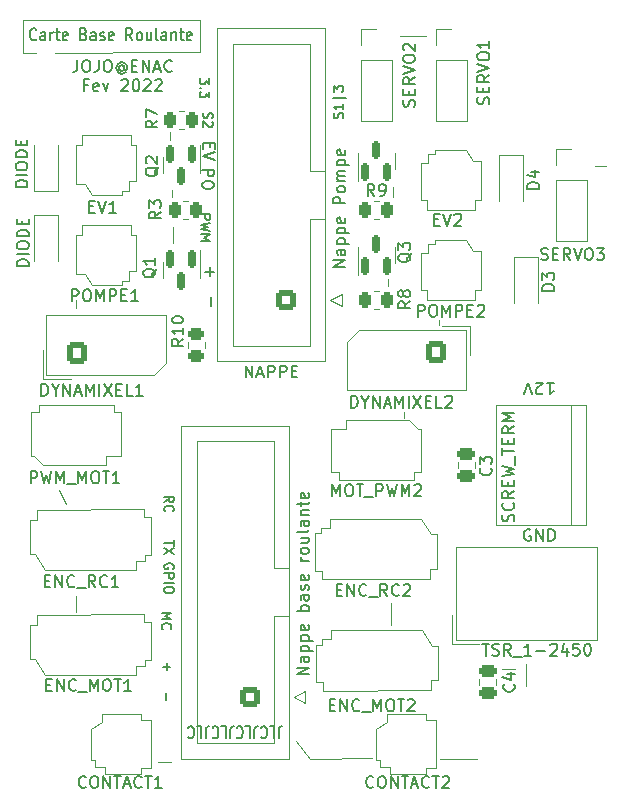
<source format=gbr>
G04 #@! TF.GenerationSoftware,KiCad,Pcbnew,(6.0.1)*
G04 #@! TF.CreationDate,2022-02-06T22:38:22+01:00*
G04 #@! TF.ProjectId,CarteSecondaire,43617274-6553-4656-936f-6e6461697265,rev?*
G04 #@! TF.SameCoordinates,Original*
G04 #@! TF.FileFunction,Legend,Top*
G04 #@! TF.FilePolarity,Positive*
%FSLAX46Y46*%
G04 Gerber Fmt 4.6, Leading zero omitted, Abs format (unit mm)*
G04 Created by KiCad (PCBNEW (6.0.1)) date 2022-02-06 22:38:22*
%MOMM*%
%LPD*%
G01*
G04 APERTURE LIST*
G04 Aperture macros list*
%AMRoundRect*
0 Rectangle with rounded corners*
0 $1 Rounding radius*
0 $2 $3 $4 $5 $6 $7 $8 $9 X,Y pos of 4 corners*
0 Add a 4 corners polygon primitive as box body*
4,1,4,$2,$3,$4,$5,$6,$7,$8,$9,$2,$3,0*
0 Add four circle primitives for the rounded corners*
1,1,$1+$1,$2,$3*
1,1,$1+$1,$4,$5*
1,1,$1+$1,$6,$7*
1,1,$1+$1,$8,$9*
0 Add four rect primitives between the rounded corners*
20,1,$1+$1,$2,$3,$4,$5,0*
20,1,$1+$1,$4,$5,$6,$7,0*
20,1,$1+$1,$6,$7,$8,$9,0*
20,1,$1+$1,$8,$9,$2,$3,0*%
G04 Aperture macros list end*
%ADD10C,0.150000*%
%ADD11C,0.120000*%
%ADD12C,1.700000*%
%ADD13RoundRect,0.250000X0.600000X0.600000X-0.600000X0.600000X-0.600000X-0.600000X0.600000X-0.600000X0*%
%ADD14R,1.500000X2.500000*%
%ADD15O,1.500000X2.500000*%
%ADD16R,3.000000X3.000000*%
%ADD17C,3.000000*%
%ADD18RoundRect,0.250000X-0.475000X0.250000X-0.475000X-0.250000X0.475000X-0.250000X0.475000X0.250000X0*%
%ADD19R,1.100000X1.100000*%
%ADD20RoundRect,0.250000X-0.450000X0.262500X-0.450000X-0.262500X0.450000X-0.262500X0.450000X0.262500X0*%
%ADD21C,3.200000*%
%ADD22C,1.524000*%
%ADD23RoundRect,0.150000X0.150000X-0.587500X0.150000X0.587500X-0.150000X0.587500X-0.150000X-0.587500X0*%
%ADD24RoundRect,0.250000X0.262500X0.450000X-0.262500X0.450000X-0.262500X-0.450000X0.262500X-0.450000X0*%
%ADD25RoundRect,0.250000X-0.262500X-0.450000X0.262500X-0.450000X0.262500X0.450000X-0.262500X0.450000X0*%
%ADD26R,1.700000X1.700000*%
%ADD27O,1.700000X1.700000*%
%ADD28RoundRect,0.150000X-0.150000X0.587500X-0.150000X-0.587500X0.150000X-0.587500X0.150000X0.587500X0*%
%ADD29RoundRect,0.250000X0.600000X0.675000X-0.600000X0.675000X-0.600000X-0.675000X0.600000X-0.675000X0*%
%ADD30O,1.700000X1.850000*%
%ADD31RoundRect,0.250000X-0.600000X-0.675000X0.600000X-0.675000X0.600000X0.675000X-0.600000X0.675000X0*%
G04 APERTURE END LIST*
D10*
X97166666Y-125147380D02*
X97166666Y-125861666D01*
X97119047Y-126004523D01*
X97023809Y-126099761D01*
X96880952Y-126147380D01*
X96785714Y-126147380D01*
X97833333Y-125147380D02*
X98023809Y-125147380D01*
X98119047Y-125195000D01*
X98214285Y-125290238D01*
X98261904Y-125480714D01*
X98261904Y-125814047D01*
X98214285Y-126004523D01*
X98119047Y-126099761D01*
X98023809Y-126147380D01*
X97833333Y-126147380D01*
X97738095Y-126099761D01*
X97642857Y-126004523D01*
X97595238Y-125814047D01*
X97595238Y-125480714D01*
X97642857Y-125290238D01*
X97738095Y-125195000D01*
X97833333Y-125147380D01*
X98976190Y-125147380D02*
X98976190Y-125861666D01*
X98928571Y-126004523D01*
X98833333Y-126099761D01*
X98690476Y-126147380D01*
X98595238Y-126147380D01*
X99642857Y-125147380D02*
X99833333Y-125147380D01*
X99928571Y-125195000D01*
X100023809Y-125290238D01*
X100071428Y-125480714D01*
X100071428Y-125814047D01*
X100023809Y-126004523D01*
X99928571Y-126099761D01*
X99833333Y-126147380D01*
X99642857Y-126147380D01*
X99547619Y-126099761D01*
X99452380Y-126004523D01*
X99404761Y-125814047D01*
X99404761Y-125480714D01*
X99452380Y-125290238D01*
X99547619Y-125195000D01*
X99642857Y-125147380D01*
X101119047Y-125671190D02*
X101071428Y-125623571D01*
X100976190Y-125575952D01*
X100880952Y-125575952D01*
X100785714Y-125623571D01*
X100738095Y-125671190D01*
X100690476Y-125766428D01*
X100690476Y-125861666D01*
X100738095Y-125956904D01*
X100785714Y-126004523D01*
X100880952Y-126052142D01*
X100976190Y-126052142D01*
X101071428Y-126004523D01*
X101119047Y-125956904D01*
X101119047Y-125575952D02*
X101119047Y-125956904D01*
X101166666Y-126004523D01*
X101214285Y-126004523D01*
X101309523Y-125956904D01*
X101357142Y-125861666D01*
X101357142Y-125623571D01*
X101261904Y-125480714D01*
X101119047Y-125385476D01*
X100928571Y-125337857D01*
X100738095Y-125385476D01*
X100595238Y-125480714D01*
X100500000Y-125623571D01*
X100452380Y-125814047D01*
X100500000Y-126004523D01*
X100595238Y-126147380D01*
X100738095Y-126242619D01*
X100928571Y-126290238D01*
X101119047Y-126242619D01*
X101261904Y-126147380D01*
X101785714Y-125623571D02*
X102119047Y-125623571D01*
X102261904Y-126147380D02*
X101785714Y-126147380D01*
X101785714Y-125147380D01*
X102261904Y-125147380D01*
X102690476Y-126147380D02*
X102690476Y-125147380D01*
X103261904Y-126147380D01*
X103261904Y-125147380D01*
X103690476Y-125861666D02*
X104166666Y-125861666D01*
X103595238Y-126147380D02*
X103928571Y-125147380D01*
X104261904Y-126147380D01*
X105166666Y-126052142D02*
X105119047Y-126099761D01*
X104976190Y-126147380D01*
X104880952Y-126147380D01*
X104738095Y-126099761D01*
X104642857Y-126004523D01*
X104595238Y-125909285D01*
X104547619Y-125718809D01*
X104547619Y-125575952D01*
X104595238Y-125385476D01*
X104642857Y-125290238D01*
X104738095Y-125195000D01*
X104880952Y-125147380D01*
X104976190Y-125147380D01*
X105119047Y-125195000D01*
X105166666Y-125242619D01*
X98047619Y-127233571D02*
X97714285Y-127233571D01*
X97714285Y-127757380D02*
X97714285Y-126757380D01*
X98190476Y-126757380D01*
X98952380Y-127709761D02*
X98857142Y-127757380D01*
X98666666Y-127757380D01*
X98571428Y-127709761D01*
X98523809Y-127614523D01*
X98523809Y-127233571D01*
X98571428Y-127138333D01*
X98666666Y-127090714D01*
X98857142Y-127090714D01*
X98952380Y-127138333D01*
X99000000Y-127233571D01*
X99000000Y-127328809D01*
X98523809Y-127424047D01*
X99333333Y-127090714D02*
X99571428Y-127757380D01*
X99809523Y-127090714D01*
X100904761Y-126852619D02*
X100952380Y-126805000D01*
X101047619Y-126757380D01*
X101285714Y-126757380D01*
X101380952Y-126805000D01*
X101428571Y-126852619D01*
X101476190Y-126947857D01*
X101476190Y-127043095D01*
X101428571Y-127185952D01*
X100857142Y-127757380D01*
X101476190Y-127757380D01*
X102095238Y-126757380D02*
X102190476Y-126757380D01*
X102285714Y-126805000D01*
X102333333Y-126852619D01*
X102380952Y-126947857D01*
X102428571Y-127138333D01*
X102428571Y-127376428D01*
X102380952Y-127566904D01*
X102333333Y-127662142D01*
X102285714Y-127709761D01*
X102190476Y-127757380D01*
X102095238Y-127757380D01*
X102000000Y-127709761D01*
X101952380Y-127662142D01*
X101904761Y-127566904D01*
X101857142Y-127376428D01*
X101857142Y-127138333D01*
X101904761Y-126947857D01*
X101952380Y-126852619D01*
X102000000Y-126805000D01*
X102095238Y-126757380D01*
X102809523Y-126852619D02*
X102857142Y-126805000D01*
X102952380Y-126757380D01*
X103190476Y-126757380D01*
X103285714Y-126805000D01*
X103333333Y-126852619D01*
X103380952Y-126947857D01*
X103380952Y-127043095D01*
X103333333Y-127185952D01*
X102761904Y-127757380D01*
X103380952Y-127757380D01*
X103761904Y-126852619D02*
X103809523Y-126805000D01*
X103904761Y-126757380D01*
X104142857Y-126757380D01*
X104238095Y-126805000D01*
X104285714Y-126852619D01*
X104333333Y-126947857D01*
X104333333Y-127043095D01*
X104285714Y-127185952D01*
X103714285Y-127757380D01*
X104333333Y-127757380D01*
D11*
X92600000Y-121700000D02*
X92600000Y-124500000D01*
X92600000Y-121700000D02*
X107600000Y-121700000D01*
X107600000Y-124460000D02*
X92600000Y-124500000D01*
X107600000Y-121700000D02*
X107600000Y-124460000D01*
D10*
X93700000Y-123357142D02*
X93657142Y-123404761D01*
X93528571Y-123452380D01*
X93442857Y-123452380D01*
X93314285Y-123404761D01*
X93228571Y-123309523D01*
X93185714Y-123214285D01*
X93142857Y-123023809D01*
X93142857Y-122880952D01*
X93185714Y-122690476D01*
X93228571Y-122595238D01*
X93314285Y-122500000D01*
X93442857Y-122452380D01*
X93528571Y-122452380D01*
X93657142Y-122500000D01*
X93700000Y-122547619D01*
X94471428Y-123452380D02*
X94471428Y-122928571D01*
X94428571Y-122833333D01*
X94342857Y-122785714D01*
X94171428Y-122785714D01*
X94085714Y-122833333D01*
X94471428Y-123404761D02*
X94385714Y-123452380D01*
X94171428Y-123452380D01*
X94085714Y-123404761D01*
X94042857Y-123309523D01*
X94042857Y-123214285D01*
X94085714Y-123119047D01*
X94171428Y-123071428D01*
X94385714Y-123071428D01*
X94471428Y-123023809D01*
X94900000Y-123452380D02*
X94900000Y-122785714D01*
X94900000Y-122976190D02*
X94942857Y-122880952D01*
X94985714Y-122833333D01*
X95071428Y-122785714D01*
X95157142Y-122785714D01*
X95328571Y-122785714D02*
X95671428Y-122785714D01*
X95457142Y-122452380D02*
X95457142Y-123309523D01*
X95500000Y-123404761D01*
X95585714Y-123452380D01*
X95671428Y-123452380D01*
X96314285Y-123404761D02*
X96228571Y-123452380D01*
X96057142Y-123452380D01*
X95971428Y-123404761D01*
X95928571Y-123309523D01*
X95928571Y-122928571D01*
X95971428Y-122833333D01*
X96057142Y-122785714D01*
X96228571Y-122785714D01*
X96314285Y-122833333D01*
X96357142Y-122928571D01*
X96357142Y-123023809D01*
X95928571Y-123119047D01*
X97728571Y-122928571D02*
X97857142Y-122976190D01*
X97900000Y-123023809D01*
X97942857Y-123119047D01*
X97942857Y-123261904D01*
X97900000Y-123357142D01*
X97857142Y-123404761D01*
X97771428Y-123452380D01*
X97428571Y-123452380D01*
X97428571Y-122452380D01*
X97728571Y-122452380D01*
X97814285Y-122500000D01*
X97857142Y-122547619D01*
X97900000Y-122642857D01*
X97900000Y-122738095D01*
X97857142Y-122833333D01*
X97814285Y-122880952D01*
X97728571Y-122928571D01*
X97428571Y-122928571D01*
X98714285Y-123452380D02*
X98714285Y-122928571D01*
X98671428Y-122833333D01*
X98585714Y-122785714D01*
X98414285Y-122785714D01*
X98328571Y-122833333D01*
X98714285Y-123404761D02*
X98628571Y-123452380D01*
X98414285Y-123452380D01*
X98328571Y-123404761D01*
X98285714Y-123309523D01*
X98285714Y-123214285D01*
X98328571Y-123119047D01*
X98414285Y-123071428D01*
X98628571Y-123071428D01*
X98714285Y-123023809D01*
X99100000Y-123404761D02*
X99185714Y-123452380D01*
X99357142Y-123452380D01*
X99442857Y-123404761D01*
X99485714Y-123309523D01*
X99485714Y-123261904D01*
X99442857Y-123166666D01*
X99357142Y-123119047D01*
X99228571Y-123119047D01*
X99142857Y-123071428D01*
X99100000Y-122976190D01*
X99100000Y-122928571D01*
X99142857Y-122833333D01*
X99228571Y-122785714D01*
X99357142Y-122785714D01*
X99442857Y-122833333D01*
X100214285Y-123404761D02*
X100128571Y-123452380D01*
X99957142Y-123452380D01*
X99871428Y-123404761D01*
X99828571Y-123309523D01*
X99828571Y-122928571D01*
X99871428Y-122833333D01*
X99957142Y-122785714D01*
X100128571Y-122785714D01*
X100214285Y-122833333D01*
X100257142Y-122928571D01*
X100257142Y-123023809D01*
X99828571Y-123119047D01*
X101842857Y-123452380D02*
X101542857Y-122976190D01*
X101328571Y-123452380D02*
X101328571Y-122452380D01*
X101671428Y-122452380D01*
X101757142Y-122500000D01*
X101800000Y-122547619D01*
X101842857Y-122642857D01*
X101842857Y-122785714D01*
X101800000Y-122880952D01*
X101757142Y-122928571D01*
X101671428Y-122976190D01*
X101328571Y-122976190D01*
X102357142Y-123452380D02*
X102271428Y-123404761D01*
X102228571Y-123357142D01*
X102185714Y-123261904D01*
X102185714Y-122976190D01*
X102228571Y-122880952D01*
X102271428Y-122833333D01*
X102357142Y-122785714D01*
X102485714Y-122785714D01*
X102571428Y-122833333D01*
X102614285Y-122880952D01*
X102657142Y-122976190D01*
X102657142Y-123261904D01*
X102614285Y-123357142D01*
X102571428Y-123404761D01*
X102485714Y-123452380D01*
X102357142Y-123452380D01*
X103428571Y-122785714D02*
X103428571Y-123452380D01*
X103042857Y-122785714D02*
X103042857Y-123309523D01*
X103085714Y-123404761D01*
X103171428Y-123452380D01*
X103300000Y-123452380D01*
X103385714Y-123404761D01*
X103428571Y-123357142D01*
X103985714Y-123452380D02*
X103900000Y-123404761D01*
X103857142Y-123309523D01*
X103857142Y-122452380D01*
X104714285Y-123452380D02*
X104714285Y-122928571D01*
X104671428Y-122833333D01*
X104585714Y-122785714D01*
X104414285Y-122785714D01*
X104328571Y-122833333D01*
X104714285Y-123404761D02*
X104628571Y-123452380D01*
X104414285Y-123452380D01*
X104328571Y-123404761D01*
X104285714Y-123309523D01*
X104285714Y-123214285D01*
X104328571Y-123119047D01*
X104414285Y-123071428D01*
X104628571Y-123071428D01*
X104714285Y-123023809D01*
X105142857Y-122785714D02*
X105142857Y-123452380D01*
X105142857Y-122880952D02*
X105185714Y-122833333D01*
X105271428Y-122785714D01*
X105400000Y-122785714D01*
X105485714Y-122833333D01*
X105528571Y-122928571D01*
X105528571Y-123452380D01*
X105828571Y-122785714D02*
X106171428Y-122785714D01*
X105957142Y-122452380D02*
X105957142Y-123309523D01*
X106000000Y-123404761D01*
X106085714Y-123452380D01*
X106171428Y-123452380D01*
X106814285Y-123404761D02*
X106728571Y-123452380D01*
X106557142Y-123452380D01*
X106471428Y-123404761D01*
X106428571Y-123309523D01*
X106428571Y-122928571D01*
X106471428Y-122833333D01*
X106557142Y-122785714D01*
X106728571Y-122785714D01*
X106814285Y-122833333D01*
X106857142Y-122928571D01*
X106857142Y-123023809D01*
X106428571Y-123119047D01*
X104642857Y-178695238D02*
X104642857Y-179304761D01*
X104742857Y-176195238D02*
X104742857Y-176804761D01*
X104438095Y-176500000D02*
X105047619Y-176500000D01*
X104338095Y-171933333D02*
X105138095Y-171933333D01*
X104566666Y-172200000D01*
X105138095Y-172466666D01*
X104338095Y-172466666D01*
X104414285Y-173304761D02*
X104376190Y-173266666D01*
X104338095Y-173152380D01*
X104338095Y-173076190D01*
X104376190Y-172961904D01*
X104452380Y-172885714D01*
X104528571Y-172847619D01*
X104680952Y-172809523D01*
X104795238Y-172809523D01*
X104947619Y-172847619D01*
X105023809Y-172885714D01*
X105100000Y-172961904D01*
X105138095Y-173076190D01*
X105138095Y-173152380D01*
X105100000Y-173266666D01*
X105061904Y-173304761D01*
X105300000Y-168200000D02*
X105338095Y-168123809D01*
X105338095Y-168009523D01*
X105300000Y-167895238D01*
X105223809Y-167819047D01*
X105147619Y-167780952D01*
X104995238Y-167742857D01*
X104880952Y-167742857D01*
X104728571Y-167780952D01*
X104652380Y-167819047D01*
X104576190Y-167895238D01*
X104538095Y-168009523D01*
X104538095Y-168085714D01*
X104576190Y-168200000D01*
X104614285Y-168238095D01*
X104880952Y-168238095D01*
X104880952Y-168085714D01*
X104538095Y-168580952D02*
X105338095Y-168580952D01*
X105338095Y-168885714D01*
X105300000Y-168961904D01*
X105261904Y-169000000D01*
X105185714Y-169038095D01*
X105071428Y-169038095D01*
X104995238Y-169000000D01*
X104957142Y-168961904D01*
X104919047Y-168885714D01*
X104919047Y-168580952D01*
X104538095Y-169380952D02*
X105338095Y-169380952D01*
X105338095Y-169914285D02*
X105338095Y-170066666D01*
X105300000Y-170142857D01*
X105223809Y-170219047D01*
X105071428Y-170257142D01*
X104804761Y-170257142D01*
X104652380Y-170219047D01*
X104576190Y-170142857D01*
X104538095Y-170066666D01*
X104538095Y-169914285D01*
X104576190Y-169838095D01*
X104652380Y-169761904D01*
X104804761Y-169723809D01*
X105071428Y-169723809D01*
X105223809Y-169761904D01*
X105300000Y-169838095D01*
X105338095Y-169914285D01*
X105338095Y-165790476D02*
X105338095Y-166247619D01*
X104538095Y-166019047D02*
X105338095Y-166019047D01*
X105338095Y-166438095D02*
X104538095Y-166971428D01*
X105338095Y-166971428D02*
X104538095Y-166438095D01*
X104538095Y-162547619D02*
X104919047Y-162280952D01*
X104538095Y-162090476D02*
X105338095Y-162090476D01*
X105338095Y-162395238D01*
X105300000Y-162471428D01*
X105261904Y-162509523D01*
X105185714Y-162547619D01*
X105071428Y-162547619D01*
X104995238Y-162509523D01*
X104957142Y-162471428D01*
X104919047Y-162395238D01*
X104919047Y-162090476D01*
X104614285Y-163347619D02*
X104576190Y-163309523D01*
X104538095Y-163195238D01*
X104538095Y-163119047D01*
X104576190Y-163004761D01*
X104652380Y-162928571D01*
X104728571Y-162890476D01*
X104880952Y-162852380D01*
X104995238Y-162852380D01*
X105147619Y-162890476D01*
X105223809Y-162928571D01*
X105300000Y-163004761D01*
X105338095Y-163119047D01*
X105338095Y-163195238D01*
X105300000Y-163309523D01*
X105261904Y-163347619D01*
X107876190Y-129590476D02*
X107838095Y-129704761D01*
X107838095Y-129895238D01*
X107876190Y-129971428D01*
X107914285Y-130009523D01*
X107990476Y-130047619D01*
X108066666Y-130047619D01*
X108142857Y-130009523D01*
X108180952Y-129971428D01*
X108219047Y-129895238D01*
X108257142Y-129742857D01*
X108295238Y-129666666D01*
X108333333Y-129628571D01*
X108409523Y-129590476D01*
X108485714Y-129590476D01*
X108561904Y-129628571D01*
X108600000Y-129666666D01*
X108638095Y-129742857D01*
X108638095Y-129933333D01*
X108600000Y-130047619D01*
X108561904Y-130352380D02*
X108600000Y-130390476D01*
X108638095Y-130466666D01*
X108638095Y-130657142D01*
X108600000Y-130733333D01*
X108561904Y-130771428D01*
X108485714Y-130809523D01*
X108409523Y-130809523D01*
X108295238Y-130771428D01*
X107838095Y-130314285D01*
X107838095Y-130809523D01*
X108338095Y-126661904D02*
X108338095Y-127157142D01*
X108033333Y-126890476D01*
X108033333Y-127004761D01*
X107995238Y-127080952D01*
X107957142Y-127119047D01*
X107880952Y-127157142D01*
X107690476Y-127157142D01*
X107614285Y-127119047D01*
X107576190Y-127080952D01*
X107538095Y-127004761D01*
X107538095Y-126776190D01*
X107576190Y-126700000D01*
X107614285Y-126661904D01*
X107614285Y-127500000D02*
X107576190Y-127538095D01*
X107538095Y-127500000D01*
X107576190Y-127461904D01*
X107614285Y-127500000D01*
X107538095Y-127500000D01*
X108338095Y-127804761D02*
X108338095Y-128300000D01*
X108033333Y-128033333D01*
X108033333Y-128147619D01*
X107995238Y-128223809D01*
X107957142Y-128261904D01*
X107880952Y-128300000D01*
X107690476Y-128300000D01*
X107614285Y-128261904D01*
X107576190Y-128223809D01*
X107538095Y-128147619D01*
X107538095Y-127919047D01*
X107576190Y-127842857D01*
X107614285Y-127804761D01*
X119623809Y-130071428D02*
X119661904Y-129957142D01*
X119661904Y-129766666D01*
X119623809Y-129690476D01*
X119585714Y-129652380D01*
X119509523Y-129614285D01*
X119433333Y-129614285D01*
X119357142Y-129652380D01*
X119319047Y-129690476D01*
X119280952Y-129766666D01*
X119242857Y-129919047D01*
X119204761Y-129995238D01*
X119166666Y-130033333D01*
X119090476Y-130071428D01*
X119014285Y-130071428D01*
X118938095Y-130033333D01*
X118900000Y-129995238D01*
X118861904Y-129919047D01*
X118861904Y-129728571D01*
X118900000Y-129614285D01*
X119661904Y-128852380D02*
X119661904Y-129309523D01*
X119661904Y-129080952D02*
X118861904Y-129080952D01*
X118976190Y-129157142D01*
X119052380Y-129233333D01*
X119090476Y-129309523D01*
X119928571Y-128319047D02*
X118785714Y-128319047D01*
X118861904Y-127823809D02*
X118861904Y-127328571D01*
X119166666Y-127595238D01*
X119166666Y-127480952D01*
X119204761Y-127404761D01*
X119242857Y-127366666D01*
X119319047Y-127328571D01*
X119509523Y-127328571D01*
X119585714Y-127366666D01*
X119623809Y-127404761D01*
X119661904Y-127480952D01*
X119661904Y-127709523D01*
X119623809Y-127785714D01*
X119585714Y-127823809D01*
X108371428Y-132157142D02*
X108371428Y-132490476D01*
X107847619Y-132633333D02*
X107847619Y-132157142D01*
X108847619Y-132157142D01*
X108847619Y-132633333D01*
X108847619Y-132919047D02*
X107847619Y-133252380D01*
X108847619Y-133585714D01*
X107747619Y-134414285D02*
X108747619Y-134414285D01*
X108747619Y-134795238D01*
X108700000Y-134890476D01*
X108652380Y-134938095D01*
X108557142Y-134985714D01*
X108414285Y-134985714D01*
X108319047Y-134938095D01*
X108271428Y-134890476D01*
X108223809Y-134795238D01*
X108223809Y-134414285D01*
X108747619Y-135604761D02*
X108747619Y-135795238D01*
X108700000Y-135890476D01*
X108604761Y-135985714D01*
X108414285Y-136033333D01*
X108080952Y-136033333D01*
X107890476Y-135985714D01*
X107795238Y-135890476D01*
X107747619Y-135795238D01*
X107747619Y-135604761D01*
X107795238Y-135509523D01*
X107890476Y-135414285D01*
X108080952Y-135366666D01*
X108414285Y-135366666D01*
X108604761Y-135414285D01*
X108700000Y-135509523D01*
X108747619Y-135604761D01*
X107638095Y-138176190D02*
X108438095Y-138176190D01*
X108438095Y-138480952D01*
X108400000Y-138557142D01*
X108361904Y-138595238D01*
X108285714Y-138633333D01*
X108171428Y-138633333D01*
X108095238Y-138595238D01*
X108057142Y-138557142D01*
X108019047Y-138480952D01*
X108019047Y-138176190D01*
X108438095Y-138900000D02*
X107638095Y-139090476D01*
X108209523Y-139242857D01*
X107638095Y-139395238D01*
X108438095Y-139585714D01*
X107638095Y-139890476D02*
X108438095Y-139890476D01*
X107866666Y-140157142D01*
X108438095Y-140423809D01*
X107638095Y-140423809D01*
X108471428Y-145980952D02*
X108471428Y-145219047D01*
X108019047Y-143071428D02*
X108780952Y-143071428D01*
X108400000Y-143452380D02*
X108400000Y-142690476D01*
D11*
X124800000Y-155450000D02*
X124800000Y-154900000D01*
X122100000Y-184200000D02*
X116900000Y-184300000D01*
X116900000Y-184300000D02*
X115700000Y-182800000D01*
X133100000Y-176700000D02*
X133800000Y-176700000D01*
X127800000Y-147600000D02*
X127800000Y-147100000D01*
X96200000Y-162700000D02*
X95600000Y-161500000D01*
X97100000Y-146125000D02*
X97100000Y-145475000D01*
X105100000Y-184600000D02*
X104000000Y-184600000D01*
X123900000Y-135900000D02*
X123900000Y-136700000D01*
X131000000Y-184300000D02*
X127900000Y-184300000D01*
X105000000Y-131200000D02*
X105000000Y-131900000D01*
X123500000Y-143700000D02*
X123500000Y-144300000D01*
X105200000Y-136100000D02*
X105200000Y-136700000D01*
X135200000Y-178100000D02*
X135200000Y-176300000D01*
X105300000Y-139300000D02*
X105300000Y-140600000D01*
X97100000Y-171900000D02*
X97100000Y-170500000D01*
X133800000Y-176700000D02*
X134200000Y-176700000D01*
X123700000Y-171100000D02*
X123700000Y-173000000D01*
X126700000Y-123100000D02*
X124500000Y-123100000D01*
X141900000Y-134100000D02*
X141000000Y-134100000D01*
D10*
X114226749Y-182547619D02*
X114226749Y-181833333D01*
X114264844Y-181690476D01*
X114341034Y-181595238D01*
X114455320Y-181547619D01*
X114531511Y-181547619D01*
X113464844Y-181547619D02*
X113845796Y-181547619D01*
X113845796Y-182547619D01*
X112741034Y-181642857D02*
X112779130Y-181595238D01*
X112893415Y-181547619D01*
X112969606Y-181547619D01*
X113083891Y-181595238D01*
X113160082Y-181690476D01*
X113198177Y-181785714D01*
X113236272Y-181976190D01*
X113236272Y-182119047D01*
X113198177Y-182309523D01*
X113160082Y-182404761D01*
X113083891Y-182500000D01*
X112969606Y-182547619D01*
X112893415Y-182547619D01*
X112779130Y-182500000D01*
X112741034Y-182452380D01*
X112169606Y-182547619D02*
X112169606Y-181833333D01*
X112207701Y-181690476D01*
X112283891Y-181595238D01*
X112398177Y-181547619D01*
X112474368Y-181547619D01*
X111407701Y-181547619D02*
X111788653Y-181547619D01*
X111788653Y-182547619D01*
X110683891Y-181642857D02*
X110721987Y-181595238D01*
X110836272Y-181547619D01*
X110912463Y-181547619D01*
X111026749Y-181595238D01*
X111102939Y-181690476D01*
X111141034Y-181785714D01*
X111179130Y-181976190D01*
X111179130Y-182119047D01*
X111141034Y-182309523D01*
X111102939Y-182404761D01*
X111026749Y-182500000D01*
X110912463Y-182547619D01*
X110836272Y-182547619D01*
X110721987Y-182500000D01*
X110683891Y-182452380D01*
X110112463Y-182547619D02*
X110112463Y-181833333D01*
X110150558Y-181690476D01*
X110226749Y-181595238D01*
X110341034Y-181547619D01*
X110417225Y-181547619D01*
X109350558Y-181547619D02*
X109731511Y-181547619D01*
X109731511Y-182547619D01*
X108626749Y-181642857D02*
X108664844Y-181595238D01*
X108779130Y-181547619D01*
X108855320Y-181547619D01*
X108969606Y-181595238D01*
X109045796Y-181690476D01*
X109083891Y-181785714D01*
X109121987Y-181976190D01*
X109121987Y-182119047D01*
X109083891Y-182309523D01*
X109045796Y-182404761D01*
X108969606Y-182500000D01*
X108855320Y-182547619D01*
X108779130Y-182547619D01*
X108664844Y-182500000D01*
X108626749Y-182452380D01*
X108055320Y-182547619D02*
X108055320Y-181833333D01*
X108093415Y-181690476D01*
X108169606Y-181595238D01*
X108283891Y-181547619D01*
X108360082Y-181547619D01*
X107293415Y-181547619D02*
X107674368Y-181547619D01*
X107674368Y-182547619D01*
X106569606Y-181642857D02*
X106607701Y-181595238D01*
X106721987Y-181547619D01*
X106798177Y-181547619D01*
X106912463Y-181595238D01*
X106988653Y-181690476D01*
X107026749Y-181785714D01*
X107064844Y-181976190D01*
X107064844Y-182119047D01*
X107026749Y-182309523D01*
X106988653Y-182404761D01*
X106912463Y-182500000D01*
X106798177Y-182547619D01*
X106721987Y-182547619D01*
X106607701Y-182500000D01*
X106569606Y-182452380D01*
X136919047Y-152447619D02*
X137490476Y-152447619D01*
X137204761Y-152447619D02*
X137204761Y-153447619D01*
X137300000Y-153304761D01*
X137395238Y-153209523D01*
X137490476Y-153161904D01*
X136538095Y-153352380D02*
X136490476Y-153400000D01*
X136395238Y-153447619D01*
X136157142Y-153447619D01*
X136061904Y-153400000D01*
X136014285Y-153352380D01*
X135966666Y-153257142D01*
X135966666Y-153161904D01*
X136014285Y-153019047D01*
X136585714Y-152447619D01*
X135966666Y-152447619D01*
X135680952Y-153447619D02*
X135347619Y-152447619D01*
X135014285Y-153447619D01*
X135538095Y-164900000D02*
X135442857Y-164852380D01*
X135300000Y-164852380D01*
X135157142Y-164900000D01*
X135061904Y-164995238D01*
X135014285Y-165090476D01*
X134966666Y-165280952D01*
X134966666Y-165423809D01*
X135014285Y-165614285D01*
X135061904Y-165709523D01*
X135157142Y-165804761D01*
X135300000Y-165852380D01*
X135395238Y-165852380D01*
X135538095Y-165804761D01*
X135585714Y-165757142D01*
X135585714Y-165423809D01*
X135395238Y-165423809D01*
X136014285Y-165852380D02*
X136014285Y-164852380D01*
X136585714Y-165852380D01*
X136585714Y-164852380D01*
X137061904Y-165852380D02*
X137061904Y-164852380D01*
X137300000Y-164852380D01*
X137442857Y-164900000D01*
X137538095Y-164995238D01*
X137585714Y-165090476D01*
X137633333Y-165280952D01*
X137633333Y-165423809D01*
X137585714Y-165614285D01*
X137538095Y-165709523D01*
X137442857Y-165804761D01*
X137300000Y-165852380D01*
X137061904Y-165852380D01*
X116752380Y-177135155D02*
X115752380Y-177135155D01*
X116752380Y-176563727D01*
X115752380Y-176563727D01*
X116752380Y-175658965D02*
X116228571Y-175658965D01*
X116133333Y-175706584D01*
X116085714Y-175801822D01*
X116085714Y-175992298D01*
X116133333Y-176087536D01*
X116704761Y-175658965D02*
X116752380Y-175754203D01*
X116752380Y-175992298D01*
X116704761Y-176087536D01*
X116609523Y-176135155D01*
X116514285Y-176135155D01*
X116419047Y-176087536D01*
X116371428Y-175992298D01*
X116371428Y-175754203D01*
X116323809Y-175658965D01*
X116085714Y-175182774D02*
X117085714Y-175182774D01*
X116133333Y-175182774D02*
X116085714Y-175087536D01*
X116085714Y-174897060D01*
X116133333Y-174801822D01*
X116180952Y-174754203D01*
X116276190Y-174706584D01*
X116561904Y-174706584D01*
X116657142Y-174754203D01*
X116704761Y-174801822D01*
X116752380Y-174897060D01*
X116752380Y-175087536D01*
X116704761Y-175182774D01*
X116085714Y-174278012D02*
X117085714Y-174278012D01*
X116133333Y-174278012D02*
X116085714Y-174182774D01*
X116085714Y-173992298D01*
X116133333Y-173897060D01*
X116180952Y-173849441D01*
X116276190Y-173801822D01*
X116561904Y-173801822D01*
X116657142Y-173849441D01*
X116704761Y-173897060D01*
X116752380Y-173992298D01*
X116752380Y-174182774D01*
X116704761Y-174278012D01*
X116704761Y-172992298D02*
X116752380Y-173087536D01*
X116752380Y-173278012D01*
X116704761Y-173373250D01*
X116609523Y-173420869D01*
X116228571Y-173420869D01*
X116133333Y-173373250D01*
X116085714Y-173278012D01*
X116085714Y-173087536D01*
X116133333Y-172992298D01*
X116228571Y-172944679D01*
X116323809Y-172944679D01*
X116419047Y-173420869D01*
X116752380Y-171754203D02*
X115752380Y-171754203D01*
X116133333Y-171754203D02*
X116085714Y-171658965D01*
X116085714Y-171468489D01*
X116133333Y-171373250D01*
X116180952Y-171325631D01*
X116276190Y-171278012D01*
X116561904Y-171278012D01*
X116657142Y-171325631D01*
X116704761Y-171373250D01*
X116752380Y-171468489D01*
X116752380Y-171658965D01*
X116704761Y-171754203D01*
X116752380Y-170420869D02*
X116228571Y-170420869D01*
X116133333Y-170468489D01*
X116085714Y-170563727D01*
X116085714Y-170754203D01*
X116133333Y-170849441D01*
X116704761Y-170420869D02*
X116752380Y-170516108D01*
X116752380Y-170754203D01*
X116704761Y-170849441D01*
X116609523Y-170897060D01*
X116514285Y-170897060D01*
X116419047Y-170849441D01*
X116371428Y-170754203D01*
X116371428Y-170516108D01*
X116323809Y-170420869D01*
X116704761Y-169992298D02*
X116752380Y-169897060D01*
X116752380Y-169706584D01*
X116704761Y-169611346D01*
X116609523Y-169563727D01*
X116561904Y-169563727D01*
X116466666Y-169611346D01*
X116419047Y-169706584D01*
X116419047Y-169849441D01*
X116371428Y-169944679D01*
X116276190Y-169992298D01*
X116228571Y-169992298D01*
X116133333Y-169944679D01*
X116085714Y-169849441D01*
X116085714Y-169706584D01*
X116133333Y-169611346D01*
X116704761Y-168754203D02*
X116752380Y-168849441D01*
X116752380Y-169039917D01*
X116704761Y-169135155D01*
X116609523Y-169182774D01*
X116228571Y-169182774D01*
X116133333Y-169135155D01*
X116085714Y-169039917D01*
X116085714Y-168849441D01*
X116133333Y-168754203D01*
X116228571Y-168706584D01*
X116323809Y-168706584D01*
X116419047Y-169182774D01*
X116752380Y-167516108D02*
X116085714Y-167516108D01*
X116276190Y-167516108D02*
X116180952Y-167468489D01*
X116133333Y-167420869D01*
X116085714Y-167325631D01*
X116085714Y-167230393D01*
X116752380Y-166754203D02*
X116704761Y-166849441D01*
X116657142Y-166897060D01*
X116561904Y-166944679D01*
X116276190Y-166944679D01*
X116180952Y-166897060D01*
X116133333Y-166849441D01*
X116085714Y-166754203D01*
X116085714Y-166611346D01*
X116133333Y-166516108D01*
X116180952Y-166468489D01*
X116276190Y-166420869D01*
X116561904Y-166420869D01*
X116657142Y-166468489D01*
X116704761Y-166516108D01*
X116752380Y-166611346D01*
X116752380Y-166754203D01*
X116085714Y-165563727D02*
X116752380Y-165563727D01*
X116085714Y-165992298D02*
X116609523Y-165992298D01*
X116704761Y-165944679D01*
X116752380Y-165849441D01*
X116752380Y-165706584D01*
X116704761Y-165611346D01*
X116657142Y-165563727D01*
X116752380Y-164944679D02*
X116704761Y-165039917D01*
X116609523Y-165087536D01*
X115752380Y-165087536D01*
X116752380Y-164135155D02*
X116228571Y-164135155D01*
X116133333Y-164182774D01*
X116085714Y-164278012D01*
X116085714Y-164468489D01*
X116133333Y-164563727D01*
X116704761Y-164135155D02*
X116752380Y-164230393D01*
X116752380Y-164468489D01*
X116704761Y-164563727D01*
X116609523Y-164611346D01*
X116514285Y-164611346D01*
X116419047Y-164563727D01*
X116371428Y-164468489D01*
X116371428Y-164230393D01*
X116323809Y-164135155D01*
X116085714Y-163658965D02*
X116752380Y-163658965D01*
X116180952Y-163658965D02*
X116133333Y-163611346D01*
X116085714Y-163516108D01*
X116085714Y-163373250D01*
X116133333Y-163278012D01*
X116228571Y-163230393D01*
X116752380Y-163230393D01*
X116085714Y-162897060D02*
X116085714Y-162516108D01*
X115752380Y-162754203D02*
X116609523Y-162754203D01*
X116704761Y-162706584D01*
X116752380Y-162611346D01*
X116752380Y-162516108D01*
X116704761Y-161801822D02*
X116752380Y-161897060D01*
X116752380Y-162087536D01*
X116704761Y-162182774D01*
X116609523Y-162230393D01*
X116228571Y-162230393D01*
X116133333Y-162182774D01*
X116085714Y-162087536D01*
X116085714Y-161897060D01*
X116133333Y-161801822D01*
X116228571Y-161754203D01*
X116323809Y-161754203D01*
X116419047Y-162230393D01*
X131457142Y-174552380D02*
X132028571Y-174552380D01*
X131742857Y-175552380D02*
X131742857Y-174552380D01*
X132314285Y-175504761D02*
X132457142Y-175552380D01*
X132695238Y-175552380D01*
X132790476Y-175504761D01*
X132838095Y-175457142D01*
X132885714Y-175361904D01*
X132885714Y-175266666D01*
X132838095Y-175171428D01*
X132790476Y-175123809D01*
X132695238Y-175076190D01*
X132504761Y-175028571D01*
X132409523Y-174980952D01*
X132361904Y-174933333D01*
X132314285Y-174838095D01*
X132314285Y-174742857D01*
X132361904Y-174647619D01*
X132409523Y-174600000D01*
X132504761Y-174552380D01*
X132742857Y-174552380D01*
X132885714Y-174600000D01*
X133885714Y-175552380D02*
X133552380Y-175076190D01*
X133314285Y-175552380D02*
X133314285Y-174552380D01*
X133695238Y-174552380D01*
X133790476Y-174600000D01*
X133838095Y-174647619D01*
X133885714Y-174742857D01*
X133885714Y-174885714D01*
X133838095Y-174980952D01*
X133790476Y-175028571D01*
X133695238Y-175076190D01*
X133314285Y-175076190D01*
X134076190Y-175647619D02*
X134838095Y-175647619D01*
X135600000Y-175552380D02*
X135028571Y-175552380D01*
X135314285Y-175552380D02*
X135314285Y-174552380D01*
X135219047Y-174695238D01*
X135123809Y-174790476D01*
X135028571Y-174838095D01*
X136028571Y-175171428D02*
X136790476Y-175171428D01*
X137219047Y-174647619D02*
X137266666Y-174600000D01*
X137361904Y-174552380D01*
X137600000Y-174552380D01*
X137695238Y-174600000D01*
X137742857Y-174647619D01*
X137790476Y-174742857D01*
X137790476Y-174838095D01*
X137742857Y-174980952D01*
X137171428Y-175552380D01*
X137790476Y-175552380D01*
X138647619Y-174885714D02*
X138647619Y-175552380D01*
X138409523Y-174504761D02*
X138171428Y-175219047D01*
X138790476Y-175219047D01*
X139647619Y-174552380D02*
X139171428Y-174552380D01*
X139123809Y-175028571D01*
X139171428Y-174980952D01*
X139266666Y-174933333D01*
X139504761Y-174933333D01*
X139600000Y-174980952D01*
X139647619Y-175028571D01*
X139695238Y-175123809D01*
X139695238Y-175361904D01*
X139647619Y-175457142D01*
X139600000Y-175504761D01*
X139504761Y-175552380D01*
X139266666Y-175552380D01*
X139171428Y-175504761D01*
X139123809Y-175457142D01*
X140314285Y-174552380D02*
X140409523Y-174552380D01*
X140504761Y-174600000D01*
X140552380Y-174647619D01*
X140600000Y-174742857D01*
X140647619Y-174933333D01*
X140647619Y-175171428D01*
X140600000Y-175361904D01*
X140552380Y-175457142D01*
X140504761Y-175504761D01*
X140409523Y-175552380D01*
X140314285Y-175552380D01*
X140219047Y-175504761D01*
X140171428Y-175457142D01*
X140123809Y-175361904D01*
X140076190Y-175171428D01*
X140076190Y-174933333D01*
X140123809Y-174742857D01*
X140171428Y-174647619D01*
X140219047Y-174600000D01*
X140314285Y-174552380D01*
X134104761Y-164195238D02*
X134152380Y-164052380D01*
X134152380Y-163814285D01*
X134104761Y-163719047D01*
X134057142Y-163671428D01*
X133961904Y-163623809D01*
X133866666Y-163623809D01*
X133771428Y-163671428D01*
X133723809Y-163719047D01*
X133676190Y-163814285D01*
X133628571Y-164004761D01*
X133580952Y-164100000D01*
X133533333Y-164147619D01*
X133438095Y-164195238D01*
X133342857Y-164195238D01*
X133247619Y-164147619D01*
X133200000Y-164100000D01*
X133152380Y-164004761D01*
X133152380Y-163766666D01*
X133200000Y-163623809D01*
X134057142Y-162623809D02*
X134104761Y-162671428D01*
X134152380Y-162814285D01*
X134152380Y-162909523D01*
X134104761Y-163052380D01*
X134009523Y-163147619D01*
X133914285Y-163195238D01*
X133723809Y-163242857D01*
X133580952Y-163242857D01*
X133390476Y-163195238D01*
X133295238Y-163147619D01*
X133200000Y-163052380D01*
X133152380Y-162909523D01*
X133152380Y-162814285D01*
X133200000Y-162671428D01*
X133247619Y-162623809D01*
X134152380Y-161623809D02*
X133676190Y-161957142D01*
X134152380Y-162195238D02*
X133152380Y-162195238D01*
X133152380Y-161814285D01*
X133200000Y-161719047D01*
X133247619Y-161671428D01*
X133342857Y-161623809D01*
X133485714Y-161623809D01*
X133580952Y-161671428D01*
X133628571Y-161719047D01*
X133676190Y-161814285D01*
X133676190Y-162195238D01*
X133628571Y-161195238D02*
X133628571Y-160861904D01*
X134152380Y-160719047D02*
X134152380Y-161195238D01*
X133152380Y-161195238D01*
X133152380Y-160719047D01*
X133152380Y-160385714D02*
X134152380Y-160147619D01*
X133438095Y-159957142D01*
X134152380Y-159766666D01*
X133152380Y-159528571D01*
X134247619Y-159385714D02*
X134247619Y-158623809D01*
X133152380Y-158528571D02*
X133152380Y-157957142D01*
X134152380Y-158242857D02*
X133152380Y-158242857D01*
X133628571Y-157623809D02*
X133628571Y-157290476D01*
X134152380Y-157147619D02*
X134152380Y-157623809D01*
X133152380Y-157623809D01*
X133152380Y-157147619D01*
X134152380Y-156147619D02*
X133676190Y-156480952D01*
X134152380Y-156719047D02*
X133152380Y-156719047D01*
X133152380Y-156338095D01*
X133200000Y-156242857D01*
X133247619Y-156195238D01*
X133342857Y-156147619D01*
X133485714Y-156147619D01*
X133580952Y-156195238D01*
X133628571Y-156242857D01*
X133676190Y-156338095D01*
X133676190Y-156719047D01*
X134152380Y-155719047D02*
X133152380Y-155719047D01*
X133866666Y-155385714D01*
X133152380Y-155052380D01*
X134152380Y-155052380D01*
X132157142Y-159666666D02*
X132204761Y-159714285D01*
X132252380Y-159857142D01*
X132252380Y-159952380D01*
X132204761Y-160095238D01*
X132109523Y-160190476D01*
X132014285Y-160238095D01*
X131823809Y-160285714D01*
X131680952Y-160285714D01*
X131490476Y-160238095D01*
X131395238Y-160190476D01*
X131300000Y-160095238D01*
X131252380Y-159952380D01*
X131252380Y-159857142D01*
X131300000Y-159714285D01*
X131347619Y-159666666D01*
X131252380Y-159333333D02*
X131252380Y-158714285D01*
X131633333Y-159047619D01*
X131633333Y-158904761D01*
X131680952Y-158809523D01*
X131728571Y-158761904D01*
X131823809Y-158714285D01*
X132061904Y-158714285D01*
X132157142Y-158761904D01*
X132204761Y-158809523D01*
X132252380Y-158904761D01*
X132252380Y-159190476D01*
X132204761Y-159285714D01*
X132157142Y-159333333D01*
X136266391Y-136022606D02*
X135266391Y-136022606D01*
X135266391Y-135784511D01*
X135314011Y-135641653D01*
X135409249Y-135546415D01*
X135504487Y-135498796D01*
X135694963Y-135451177D01*
X135837820Y-135451177D01*
X136028296Y-135498796D01*
X136123534Y-135546415D01*
X136218772Y-135641653D01*
X136266391Y-135784511D01*
X136266391Y-136022606D01*
X135599725Y-134594034D02*
X136266391Y-134594034D01*
X135218772Y-134832130D02*
X135933058Y-135070225D01*
X135933058Y-134451177D01*
X106152380Y-148742857D02*
X105676190Y-149076190D01*
X106152380Y-149314285D02*
X105152380Y-149314285D01*
X105152380Y-148933333D01*
X105200000Y-148838095D01*
X105247619Y-148790476D01*
X105342857Y-148742857D01*
X105485714Y-148742857D01*
X105580952Y-148790476D01*
X105628571Y-148838095D01*
X105676190Y-148933333D01*
X105676190Y-149314285D01*
X106152380Y-147790476D02*
X106152380Y-148361904D01*
X106152380Y-148076190D02*
X105152380Y-148076190D01*
X105295238Y-148171428D01*
X105390476Y-148266666D01*
X105438095Y-148361904D01*
X105152380Y-147171428D02*
X105152380Y-147076190D01*
X105200000Y-146980952D01*
X105247619Y-146933333D01*
X105342857Y-146885714D01*
X105533333Y-146838095D01*
X105771428Y-146838095D01*
X105961904Y-146885714D01*
X106057142Y-146933333D01*
X106104761Y-146980952D01*
X106152380Y-147076190D01*
X106152380Y-147171428D01*
X106104761Y-147266666D01*
X106057142Y-147314285D01*
X105961904Y-147361904D01*
X105771428Y-147409523D01*
X105533333Y-147409523D01*
X105342857Y-147361904D01*
X105247619Y-147314285D01*
X105200000Y-147266666D01*
X105152380Y-147171428D01*
X94770512Y-126660869D02*
X94437179Y-126184679D01*
X94199084Y-126660869D02*
X94199084Y-125660869D01*
X94580036Y-125660869D01*
X94675274Y-125708489D01*
X94722893Y-125756108D01*
X94770512Y-125851346D01*
X94770512Y-125994203D01*
X94722893Y-126089441D01*
X94675274Y-126137060D01*
X94580036Y-126184679D01*
X94199084Y-126184679D01*
X93213915Y-160952380D02*
X93213915Y-159952380D01*
X93594868Y-159952380D01*
X93690106Y-160000000D01*
X93737725Y-160047619D01*
X93785344Y-160142857D01*
X93785344Y-160285714D01*
X93737725Y-160380952D01*
X93690106Y-160428571D01*
X93594868Y-160476190D01*
X93213915Y-160476190D01*
X94118677Y-159952380D02*
X94356772Y-160952380D01*
X94547249Y-160238095D01*
X94737725Y-160952380D01*
X94975820Y-159952380D01*
X95356772Y-160952380D02*
X95356772Y-159952380D01*
X95690106Y-160666666D01*
X96023439Y-159952380D01*
X96023439Y-160952380D01*
X96261534Y-161047619D02*
X97023439Y-161047619D01*
X97261534Y-160952380D02*
X97261534Y-159952380D01*
X97594868Y-160666666D01*
X97928201Y-159952380D01*
X97928201Y-160952380D01*
X98594868Y-159952380D02*
X98785344Y-159952380D01*
X98880582Y-160000000D01*
X98975820Y-160095238D01*
X99023439Y-160285714D01*
X99023439Y-160619047D01*
X98975820Y-160809523D01*
X98880582Y-160904761D01*
X98785344Y-160952380D01*
X98594868Y-160952380D01*
X98499630Y-160904761D01*
X98404391Y-160809523D01*
X98356772Y-160619047D01*
X98356772Y-160285714D01*
X98404391Y-160095238D01*
X98499630Y-160000000D01*
X98594868Y-159952380D01*
X99309153Y-159952380D02*
X99880582Y-159952380D01*
X99594868Y-160952380D02*
X99594868Y-159952380D01*
X100737725Y-160952380D02*
X100166296Y-160952380D01*
X100452011Y-160952380D02*
X100452011Y-159952380D01*
X100356772Y-160095238D01*
X100261534Y-160190476D01*
X100166296Y-160238095D01*
X96706296Y-145552380D02*
X96706296Y-144552380D01*
X97087249Y-144552380D01*
X97182487Y-144600000D01*
X97230106Y-144647619D01*
X97277725Y-144742857D01*
X97277725Y-144885714D01*
X97230106Y-144980952D01*
X97182487Y-145028571D01*
X97087249Y-145076190D01*
X96706296Y-145076190D01*
X97896772Y-144552380D02*
X98087249Y-144552380D01*
X98182487Y-144600000D01*
X98277725Y-144695238D01*
X98325344Y-144885714D01*
X98325344Y-145219047D01*
X98277725Y-145409523D01*
X98182487Y-145504761D01*
X98087249Y-145552380D01*
X97896772Y-145552380D01*
X97801534Y-145504761D01*
X97706296Y-145409523D01*
X97658677Y-145219047D01*
X97658677Y-144885714D01*
X97706296Y-144695238D01*
X97801534Y-144600000D01*
X97896772Y-144552380D01*
X98753915Y-145552380D02*
X98753915Y-144552380D01*
X99087249Y-145266666D01*
X99420582Y-144552380D01*
X99420582Y-145552380D01*
X99896772Y-145552380D02*
X99896772Y-144552380D01*
X100277725Y-144552380D01*
X100372963Y-144600000D01*
X100420582Y-144647619D01*
X100468201Y-144742857D01*
X100468201Y-144885714D01*
X100420582Y-144980952D01*
X100372963Y-145028571D01*
X100277725Y-145076190D01*
X99896772Y-145076190D01*
X100896772Y-145028571D02*
X101230106Y-145028571D01*
X101372963Y-145552380D02*
X100896772Y-145552380D01*
X100896772Y-144552380D01*
X101372963Y-144552380D01*
X102325344Y-145552380D02*
X101753915Y-145552380D01*
X102039630Y-145552380D02*
X102039630Y-144552380D01*
X101944391Y-144695238D01*
X101849153Y-144790476D01*
X101753915Y-144838095D01*
X119852380Y-142652380D02*
X118852380Y-142652380D01*
X119852380Y-142080952D01*
X118852380Y-142080952D01*
X119852380Y-141176190D02*
X119328571Y-141176190D01*
X119233333Y-141223809D01*
X119185714Y-141319047D01*
X119185714Y-141509523D01*
X119233333Y-141604761D01*
X119804761Y-141176190D02*
X119852380Y-141271428D01*
X119852380Y-141509523D01*
X119804761Y-141604761D01*
X119709523Y-141652380D01*
X119614285Y-141652380D01*
X119519047Y-141604761D01*
X119471428Y-141509523D01*
X119471428Y-141271428D01*
X119423809Y-141176190D01*
X119185714Y-140700000D02*
X120185714Y-140700000D01*
X119233333Y-140700000D02*
X119185714Y-140604761D01*
X119185714Y-140414285D01*
X119233333Y-140319047D01*
X119280952Y-140271428D01*
X119376190Y-140223809D01*
X119661904Y-140223809D01*
X119757142Y-140271428D01*
X119804761Y-140319047D01*
X119852380Y-140414285D01*
X119852380Y-140604761D01*
X119804761Y-140700000D01*
X119185714Y-139795238D02*
X120185714Y-139795238D01*
X119233333Y-139795238D02*
X119185714Y-139700000D01*
X119185714Y-139509523D01*
X119233333Y-139414285D01*
X119280952Y-139366666D01*
X119376190Y-139319047D01*
X119661904Y-139319047D01*
X119757142Y-139366666D01*
X119804761Y-139414285D01*
X119852380Y-139509523D01*
X119852380Y-139700000D01*
X119804761Y-139795238D01*
X119804761Y-138509523D02*
X119852380Y-138604761D01*
X119852380Y-138795238D01*
X119804761Y-138890476D01*
X119709523Y-138938095D01*
X119328571Y-138938095D01*
X119233333Y-138890476D01*
X119185714Y-138795238D01*
X119185714Y-138604761D01*
X119233333Y-138509523D01*
X119328571Y-138461904D01*
X119423809Y-138461904D01*
X119519047Y-138938095D01*
X119852380Y-137271428D02*
X118852380Y-137271428D01*
X118852380Y-136890476D01*
X118900000Y-136795238D01*
X118947619Y-136747619D01*
X119042857Y-136700000D01*
X119185714Y-136700000D01*
X119280952Y-136747619D01*
X119328571Y-136795238D01*
X119376190Y-136890476D01*
X119376190Y-137271428D01*
X119852380Y-136128571D02*
X119804761Y-136223809D01*
X119757142Y-136271428D01*
X119661904Y-136319047D01*
X119376190Y-136319047D01*
X119280952Y-136271428D01*
X119233333Y-136223809D01*
X119185714Y-136128571D01*
X119185714Y-135985714D01*
X119233333Y-135890476D01*
X119280952Y-135842857D01*
X119376190Y-135795238D01*
X119661904Y-135795238D01*
X119757142Y-135842857D01*
X119804761Y-135890476D01*
X119852380Y-135985714D01*
X119852380Y-136128571D01*
X119852380Y-135366666D02*
X119185714Y-135366666D01*
X119280952Y-135366666D02*
X119233333Y-135319047D01*
X119185714Y-135223809D01*
X119185714Y-135080952D01*
X119233333Y-134985714D01*
X119328571Y-134938095D01*
X119852380Y-134938095D01*
X119328571Y-134938095D02*
X119233333Y-134890476D01*
X119185714Y-134795238D01*
X119185714Y-134652380D01*
X119233333Y-134557142D01*
X119328571Y-134509523D01*
X119852380Y-134509523D01*
X119185714Y-134033333D02*
X120185714Y-134033333D01*
X119233333Y-134033333D02*
X119185714Y-133938095D01*
X119185714Y-133747619D01*
X119233333Y-133652380D01*
X119280952Y-133604761D01*
X119376190Y-133557142D01*
X119661904Y-133557142D01*
X119757142Y-133604761D01*
X119804761Y-133652380D01*
X119852380Y-133747619D01*
X119852380Y-133938095D01*
X119804761Y-134033333D01*
X119804761Y-132747619D02*
X119852380Y-132842857D01*
X119852380Y-133033333D01*
X119804761Y-133128571D01*
X119709523Y-133176190D01*
X119328571Y-133176190D01*
X119233333Y-133128571D01*
X119185714Y-133033333D01*
X119185714Y-132842857D01*
X119233333Y-132747619D01*
X119328571Y-132700000D01*
X119423809Y-132700000D01*
X119519047Y-133176190D01*
X125447619Y-141495238D02*
X125400000Y-141590476D01*
X125304761Y-141685714D01*
X125161904Y-141828571D01*
X125114285Y-141923809D01*
X125114285Y-142019047D01*
X125352380Y-141971428D02*
X125304761Y-142066666D01*
X125209523Y-142161904D01*
X125019047Y-142209523D01*
X124685714Y-142209523D01*
X124495238Y-142161904D01*
X124400000Y-142066666D01*
X124352380Y-141971428D01*
X124352380Y-141780952D01*
X124400000Y-141685714D01*
X124495238Y-141590476D01*
X124685714Y-141542857D01*
X125019047Y-141542857D01*
X125209523Y-141590476D01*
X125304761Y-141685714D01*
X125352380Y-141780952D01*
X125352380Y-141971428D01*
X124352380Y-141209523D02*
X124352380Y-140590476D01*
X124733333Y-140923809D01*
X124733333Y-140780952D01*
X124780952Y-140685714D01*
X124828571Y-140638095D01*
X124923809Y-140590476D01*
X125161904Y-140590476D01*
X125257142Y-140638095D01*
X125304761Y-140685714D01*
X125352380Y-140780952D01*
X125352380Y-141066666D01*
X125304761Y-141161904D01*
X125257142Y-141209523D01*
X104252380Y-137966666D02*
X103776190Y-138300000D01*
X104252380Y-138538095D02*
X103252380Y-138538095D01*
X103252380Y-138157142D01*
X103300000Y-138061904D01*
X103347619Y-138014285D01*
X103442857Y-137966666D01*
X103585714Y-137966666D01*
X103680952Y-138014285D01*
X103728571Y-138061904D01*
X103776190Y-138157142D01*
X103776190Y-138538095D01*
X103252380Y-137633333D02*
X103252380Y-137014285D01*
X103633333Y-137347619D01*
X103633333Y-137204761D01*
X103680952Y-137109523D01*
X103728571Y-137061904D01*
X103823809Y-137014285D01*
X104061904Y-137014285D01*
X104157142Y-137061904D01*
X104204761Y-137109523D01*
X104252380Y-137204761D01*
X104252380Y-137490476D01*
X104204761Y-137585714D01*
X104157142Y-137633333D01*
X125352380Y-145566666D02*
X124876190Y-145900000D01*
X125352380Y-146138095D02*
X124352380Y-146138095D01*
X124352380Y-145757142D01*
X124400000Y-145661904D01*
X124447619Y-145614285D01*
X124542857Y-145566666D01*
X124685714Y-145566666D01*
X124780952Y-145614285D01*
X124828571Y-145661904D01*
X124876190Y-145757142D01*
X124876190Y-146138095D01*
X124780952Y-144995238D02*
X124733333Y-145090476D01*
X124685714Y-145138095D01*
X124590476Y-145185714D01*
X124542857Y-145185714D01*
X124447619Y-145138095D01*
X124400000Y-145090476D01*
X124352380Y-144995238D01*
X124352380Y-144804761D01*
X124400000Y-144709523D01*
X124447619Y-144661904D01*
X124542857Y-144614285D01*
X124590476Y-144614285D01*
X124685714Y-144661904D01*
X124733333Y-144709523D01*
X124780952Y-144804761D01*
X124780952Y-144995238D01*
X124828571Y-145090476D01*
X124876190Y-145138095D01*
X124971428Y-145185714D01*
X125161904Y-145185714D01*
X125257142Y-145138095D01*
X125304761Y-145090476D01*
X125352380Y-144995238D01*
X125352380Y-144804761D01*
X125304761Y-144709523D01*
X125257142Y-144661904D01*
X125161904Y-144614285D01*
X124971428Y-144614285D01*
X124876190Y-144661904D01*
X124828571Y-144709523D01*
X124780952Y-144804761D01*
X122241249Y-186657142D02*
X122193630Y-186704761D01*
X122050772Y-186752380D01*
X121955534Y-186752380D01*
X121812677Y-186704761D01*
X121717439Y-186609523D01*
X121669820Y-186514285D01*
X121622201Y-186323809D01*
X121622201Y-186180952D01*
X121669820Y-185990476D01*
X121717439Y-185895238D01*
X121812677Y-185800000D01*
X121955534Y-185752380D01*
X122050772Y-185752380D01*
X122193630Y-185800000D01*
X122241249Y-185847619D01*
X122860296Y-185752380D02*
X123050772Y-185752380D01*
X123146011Y-185800000D01*
X123241249Y-185895238D01*
X123288868Y-186085714D01*
X123288868Y-186419047D01*
X123241249Y-186609523D01*
X123146011Y-186704761D01*
X123050772Y-186752380D01*
X122860296Y-186752380D01*
X122765058Y-186704761D01*
X122669820Y-186609523D01*
X122622201Y-186419047D01*
X122622201Y-186085714D01*
X122669820Y-185895238D01*
X122765058Y-185800000D01*
X122860296Y-185752380D01*
X123717439Y-186752380D02*
X123717439Y-185752380D01*
X124288868Y-186752380D01*
X124288868Y-185752380D01*
X124622201Y-185752380D02*
X125193630Y-185752380D01*
X124907915Y-186752380D02*
X124907915Y-185752380D01*
X125479344Y-186466666D02*
X125955534Y-186466666D01*
X125384106Y-186752380D02*
X125717439Y-185752380D01*
X126050772Y-186752380D01*
X126955534Y-186657142D02*
X126907915Y-186704761D01*
X126765058Y-186752380D01*
X126669820Y-186752380D01*
X126526963Y-186704761D01*
X126431725Y-186609523D01*
X126384106Y-186514285D01*
X126336487Y-186323809D01*
X126336487Y-186180952D01*
X126384106Y-185990476D01*
X126431725Y-185895238D01*
X126526963Y-185800000D01*
X126669820Y-185752380D01*
X126765058Y-185752380D01*
X126907915Y-185800000D01*
X126955534Y-185847619D01*
X127241249Y-185752380D02*
X127812677Y-185752380D01*
X127526963Y-186752380D02*
X127526963Y-185752380D01*
X128098391Y-185847619D02*
X128146011Y-185800000D01*
X128241249Y-185752380D01*
X128479344Y-185752380D01*
X128574582Y-185800000D01*
X128622201Y-185847619D01*
X128669820Y-185942857D01*
X128669820Y-186038095D01*
X128622201Y-186180952D01*
X128050772Y-186752380D01*
X128669820Y-186752380D01*
X132004761Y-128866666D02*
X132052380Y-128723809D01*
X132052380Y-128485714D01*
X132004761Y-128390476D01*
X131957142Y-128342857D01*
X131861904Y-128295238D01*
X131766666Y-128295238D01*
X131671428Y-128342857D01*
X131623809Y-128390476D01*
X131576190Y-128485714D01*
X131528571Y-128676190D01*
X131480952Y-128771428D01*
X131433333Y-128819047D01*
X131338095Y-128866666D01*
X131242857Y-128866666D01*
X131147619Y-128819047D01*
X131100000Y-128771428D01*
X131052380Y-128676190D01*
X131052380Y-128438095D01*
X131100000Y-128295238D01*
X131528571Y-127866666D02*
X131528571Y-127533333D01*
X132052380Y-127390476D02*
X132052380Y-127866666D01*
X131052380Y-127866666D01*
X131052380Y-127390476D01*
X132052380Y-126390476D02*
X131576190Y-126723809D01*
X132052380Y-126961904D02*
X131052380Y-126961904D01*
X131052380Y-126580952D01*
X131100000Y-126485714D01*
X131147619Y-126438095D01*
X131242857Y-126390476D01*
X131385714Y-126390476D01*
X131480952Y-126438095D01*
X131528571Y-126485714D01*
X131576190Y-126580952D01*
X131576190Y-126961904D01*
X131052380Y-126104761D02*
X132052380Y-125771428D01*
X131052380Y-125438095D01*
X131052380Y-124914285D02*
X131052380Y-124723809D01*
X131100000Y-124628571D01*
X131195238Y-124533333D01*
X131385714Y-124485714D01*
X131719047Y-124485714D01*
X131909523Y-124533333D01*
X132004761Y-124628571D01*
X132052380Y-124723809D01*
X132052380Y-124914285D01*
X132004761Y-125009523D01*
X131909523Y-125104761D01*
X131719047Y-125152380D01*
X131385714Y-125152380D01*
X131195238Y-125104761D01*
X131100000Y-125009523D01*
X131052380Y-124914285D01*
X132052380Y-123533333D02*
X132052380Y-124104761D01*
X132052380Y-123819047D02*
X131052380Y-123819047D01*
X131195238Y-123914285D01*
X131290476Y-124009523D01*
X131338095Y-124104761D01*
X119125750Y-169967060D02*
X119459084Y-169967060D01*
X119601941Y-170490869D02*
X119125750Y-170490869D01*
X119125750Y-169490869D01*
X119601941Y-169490869D01*
X120030512Y-170490869D02*
X120030512Y-169490869D01*
X120601941Y-170490869D01*
X120601941Y-169490869D01*
X121649560Y-170395631D02*
X121601941Y-170443250D01*
X121459084Y-170490869D01*
X121363846Y-170490869D01*
X121220989Y-170443250D01*
X121125750Y-170348012D01*
X121078131Y-170252774D01*
X121030512Y-170062298D01*
X121030512Y-169919441D01*
X121078131Y-169728965D01*
X121125750Y-169633727D01*
X121220989Y-169538489D01*
X121363846Y-169490869D01*
X121459084Y-169490869D01*
X121601941Y-169538489D01*
X121649560Y-169586108D01*
X121840036Y-170586108D02*
X122601941Y-170586108D01*
X123411465Y-170490869D02*
X123078131Y-170014679D01*
X122840036Y-170490869D02*
X122840036Y-169490869D01*
X123220989Y-169490869D01*
X123316227Y-169538489D01*
X123363846Y-169586108D01*
X123411465Y-169681346D01*
X123411465Y-169824203D01*
X123363846Y-169919441D01*
X123316227Y-169967060D01*
X123220989Y-170014679D01*
X122840036Y-170014679D01*
X124411465Y-170395631D02*
X124363846Y-170443250D01*
X124220989Y-170490869D01*
X124125750Y-170490869D01*
X123982893Y-170443250D01*
X123887655Y-170348012D01*
X123840036Y-170252774D01*
X123792417Y-170062298D01*
X123792417Y-169919441D01*
X123840036Y-169728965D01*
X123887655Y-169633727D01*
X123982893Y-169538489D01*
X124125750Y-169490869D01*
X124220989Y-169490869D01*
X124363846Y-169538489D01*
X124411465Y-169586108D01*
X124792417Y-169586108D02*
X124840036Y-169538489D01*
X124935274Y-169490869D01*
X125173369Y-169490869D01*
X125268608Y-169538489D01*
X125316227Y-169586108D01*
X125363846Y-169681346D01*
X125363846Y-169776584D01*
X125316227Y-169919441D01*
X124744798Y-170490869D01*
X125363846Y-170490869D01*
X137536391Y-144652606D02*
X136536391Y-144652606D01*
X136536391Y-144414511D01*
X136584011Y-144271653D01*
X136679249Y-144176415D01*
X136774487Y-144128796D01*
X136964963Y-144081177D01*
X137107820Y-144081177D01*
X137298296Y-144128796D01*
X137393534Y-144176415D01*
X137488772Y-144271653D01*
X137536391Y-144414511D01*
X137536391Y-144652606D01*
X136536391Y-143747844D02*
X136536391Y-143128796D01*
X136917344Y-143462130D01*
X136917344Y-143319272D01*
X136964963Y-143224034D01*
X137012582Y-143176415D01*
X137107820Y-143128796D01*
X137345915Y-143128796D01*
X137441153Y-143176415D01*
X137488772Y-143224034D01*
X137536391Y-143319272D01*
X137536391Y-143604987D01*
X137488772Y-143700225D01*
X137441153Y-143747844D01*
X127380952Y-138628571D02*
X127714285Y-138628571D01*
X127857142Y-139152380D02*
X127380952Y-139152380D01*
X127380952Y-138152380D01*
X127857142Y-138152380D01*
X128142857Y-138152380D02*
X128476190Y-139152380D01*
X128809523Y-138152380D01*
X129095238Y-138247619D02*
X129142857Y-138200000D01*
X129238095Y-138152380D01*
X129476190Y-138152380D01*
X129571428Y-138200000D01*
X129619047Y-138247619D01*
X129666666Y-138342857D01*
X129666666Y-138438095D01*
X129619047Y-138580952D01*
X129047619Y-139152380D01*
X129666666Y-139152380D01*
X98180952Y-137528571D02*
X98514285Y-137528571D01*
X98657142Y-138052380D02*
X98180952Y-138052380D01*
X98180952Y-137052380D01*
X98657142Y-137052380D01*
X98942857Y-137052380D02*
X99276190Y-138052380D01*
X99609523Y-137052380D01*
X100466666Y-138052380D02*
X99895238Y-138052380D01*
X100180952Y-138052380D02*
X100180952Y-137052380D01*
X100085714Y-137195238D01*
X99990476Y-137290476D01*
X99895238Y-137338095D01*
X94770512Y-182680869D02*
X94437179Y-182204679D01*
X94199084Y-182680869D02*
X94199084Y-181680869D01*
X94580036Y-181680869D01*
X94675274Y-181728489D01*
X94722893Y-181776108D01*
X94770512Y-181871346D01*
X94770512Y-182014203D01*
X94722893Y-182109441D01*
X94675274Y-182157060D01*
X94580036Y-182204679D01*
X94199084Y-182204679D01*
X126014285Y-146852380D02*
X126014285Y-145852380D01*
X126395238Y-145852380D01*
X126490476Y-145900000D01*
X126538095Y-145947619D01*
X126585714Y-146042857D01*
X126585714Y-146185714D01*
X126538095Y-146280952D01*
X126490476Y-146328571D01*
X126395238Y-146376190D01*
X126014285Y-146376190D01*
X127204761Y-145852380D02*
X127395238Y-145852380D01*
X127490476Y-145900000D01*
X127585714Y-145995238D01*
X127633333Y-146185714D01*
X127633333Y-146519047D01*
X127585714Y-146709523D01*
X127490476Y-146804761D01*
X127395238Y-146852380D01*
X127204761Y-146852380D01*
X127109523Y-146804761D01*
X127014285Y-146709523D01*
X126966666Y-146519047D01*
X126966666Y-146185714D01*
X127014285Y-145995238D01*
X127109523Y-145900000D01*
X127204761Y-145852380D01*
X128061904Y-146852380D02*
X128061904Y-145852380D01*
X128395238Y-146566666D01*
X128728571Y-145852380D01*
X128728571Y-146852380D01*
X129204761Y-146852380D02*
X129204761Y-145852380D01*
X129585714Y-145852380D01*
X129680952Y-145900000D01*
X129728571Y-145947619D01*
X129776190Y-146042857D01*
X129776190Y-146185714D01*
X129728571Y-146280952D01*
X129680952Y-146328571D01*
X129585714Y-146376190D01*
X129204761Y-146376190D01*
X130204761Y-146328571D02*
X130538095Y-146328571D01*
X130680952Y-146852380D02*
X130204761Y-146852380D01*
X130204761Y-145852380D01*
X130680952Y-145852380D01*
X131061904Y-145947619D02*
X131109523Y-145900000D01*
X131204761Y-145852380D01*
X131442857Y-145852380D01*
X131538095Y-145900000D01*
X131585714Y-145947619D01*
X131633333Y-146042857D01*
X131633333Y-146138095D01*
X131585714Y-146280952D01*
X131014285Y-146852380D01*
X131633333Y-146852380D01*
X103847619Y-142795238D02*
X103800000Y-142890476D01*
X103704761Y-142985714D01*
X103561904Y-143128571D01*
X103514285Y-143223809D01*
X103514285Y-143319047D01*
X103752380Y-143271428D02*
X103704761Y-143366666D01*
X103609523Y-143461904D01*
X103419047Y-143509523D01*
X103085714Y-143509523D01*
X102895238Y-143461904D01*
X102800000Y-143366666D01*
X102752380Y-143271428D01*
X102752380Y-143080952D01*
X102800000Y-142985714D01*
X102895238Y-142890476D01*
X103085714Y-142842857D01*
X103419047Y-142842857D01*
X103609523Y-142890476D01*
X103704761Y-142985714D01*
X103752380Y-143080952D01*
X103752380Y-143271428D01*
X103752380Y-141890476D02*
X103752380Y-142461904D01*
X103752380Y-142176190D02*
X102752380Y-142176190D01*
X102895238Y-142271428D01*
X102990476Y-142366666D01*
X103038095Y-142461904D01*
X94528571Y-178028571D02*
X94861904Y-178028571D01*
X95004761Y-178552380D02*
X94528571Y-178552380D01*
X94528571Y-177552380D01*
X95004761Y-177552380D01*
X95433333Y-178552380D02*
X95433333Y-177552380D01*
X96004761Y-178552380D01*
X96004761Y-177552380D01*
X97052380Y-178457142D02*
X97004761Y-178504761D01*
X96861904Y-178552380D01*
X96766666Y-178552380D01*
X96623809Y-178504761D01*
X96528571Y-178409523D01*
X96480952Y-178314285D01*
X96433333Y-178123809D01*
X96433333Y-177980952D01*
X96480952Y-177790476D01*
X96528571Y-177695238D01*
X96623809Y-177600000D01*
X96766666Y-177552380D01*
X96861904Y-177552380D01*
X97004761Y-177600000D01*
X97052380Y-177647619D01*
X97242857Y-178647619D02*
X98004761Y-178647619D01*
X98242857Y-178552380D02*
X98242857Y-177552380D01*
X98576190Y-178266666D01*
X98909523Y-177552380D01*
X98909523Y-178552380D01*
X99576190Y-177552380D02*
X99766666Y-177552380D01*
X99861904Y-177600000D01*
X99957142Y-177695238D01*
X100004761Y-177885714D01*
X100004761Y-178219047D01*
X99957142Y-178409523D01*
X99861904Y-178504761D01*
X99766666Y-178552380D01*
X99576190Y-178552380D01*
X99480952Y-178504761D01*
X99385714Y-178409523D01*
X99338095Y-178219047D01*
X99338095Y-177885714D01*
X99385714Y-177695238D01*
X99480952Y-177600000D01*
X99576190Y-177552380D01*
X100290476Y-177552380D02*
X100861904Y-177552380D01*
X100576190Y-178552380D02*
X100576190Y-177552380D01*
X101719047Y-178552380D02*
X101147619Y-178552380D01*
X101433333Y-178552380D02*
X101433333Y-177552380D01*
X101338095Y-177695238D01*
X101242857Y-177790476D01*
X101147619Y-177838095D01*
X93052380Y-142576190D02*
X92052380Y-142576190D01*
X92052380Y-142338095D01*
X92100000Y-142195238D01*
X92195238Y-142100000D01*
X92290476Y-142052380D01*
X92480952Y-142004761D01*
X92623809Y-142004761D01*
X92814285Y-142052380D01*
X92909523Y-142100000D01*
X93004761Y-142195238D01*
X93052380Y-142338095D01*
X93052380Y-142576190D01*
X93052380Y-141576190D02*
X92052380Y-141576190D01*
X92052380Y-140909523D02*
X92052380Y-140719047D01*
X92100000Y-140623809D01*
X92195238Y-140528571D01*
X92385714Y-140480952D01*
X92719047Y-140480952D01*
X92909523Y-140528571D01*
X93004761Y-140623809D01*
X93052380Y-140719047D01*
X93052380Y-140909523D01*
X93004761Y-141004761D01*
X92909523Y-141100000D01*
X92719047Y-141147619D01*
X92385714Y-141147619D01*
X92195238Y-141100000D01*
X92100000Y-141004761D01*
X92052380Y-140909523D01*
X93052380Y-140052380D02*
X92052380Y-140052380D01*
X92052380Y-139814285D01*
X92100000Y-139671428D01*
X92195238Y-139576190D01*
X92290476Y-139528571D01*
X92480952Y-139480952D01*
X92623809Y-139480952D01*
X92814285Y-139528571D01*
X92909523Y-139576190D01*
X93004761Y-139671428D01*
X93052380Y-139814285D01*
X93052380Y-140052380D01*
X92528571Y-139052380D02*
X92528571Y-138719047D01*
X93052380Y-138576190D02*
X93052380Y-139052380D01*
X92052380Y-139052380D01*
X92052380Y-138576190D01*
X136433333Y-142004761D02*
X136576190Y-142052380D01*
X136814285Y-142052380D01*
X136909523Y-142004761D01*
X136957142Y-141957142D01*
X137004761Y-141861904D01*
X137004761Y-141766666D01*
X136957142Y-141671428D01*
X136909523Y-141623809D01*
X136814285Y-141576190D01*
X136623809Y-141528571D01*
X136528571Y-141480952D01*
X136480952Y-141433333D01*
X136433333Y-141338095D01*
X136433333Y-141242857D01*
X136480952Y-141147619D01*
X136528571Y-141100000D01*
X136623809Y-141052380D01*
X136861904Y-141052380D01*
X137004761Y-141100000D01*
X137433333Y-141528571D02*
X137766666Y-141528571D01*
X137909523Y-142052380D02*
X137433333Y-142052380D01*
X137433333Y-141052380D01*
X137909523Y-141052380D01*
X138909523Y-142052380D02*
X138576190Y-141576190D01*
X138338095Y-142052380D02*
X138338095Y-141052380D01*
X138719047Y-141052380D01*
X138814285Y-141100000D01*
X138861904Y-141147619D01*
X138909523Y-141242857D01*
X138909523Y-141385714D01*
X138861904Y-141480952D01*
X138814285Y-141528571D01*
X138719047Y-141576190D01*
X138338095Y-141576190D01*
X139195238Y-141052380D02*
X139528571Y-142052380D01*
X139861904Y-141052380D01*
X140385714Y-141052380D02*
X140576190Y-141052380D01*
X140671428Y-141100000D01*
X140766666Y-141195238D01*
X140814285Y-141385714D01*
X140814285Y-141719047D01*
X140766666Y-141909523D01*
X140671428Y-142004761D01*
X140576190Y-142052380D01*
X140385714Y-142052380D01*
X140290476Y-142004761D01*
X140195238Y-141909523D01*
X140147619Y-141719047D01*
X140147619Y-141385714D01*
X140195238Y-141195238D01*
X140290476Y-141100000D01*
X140385714Y-141052380D01*
X141147619Y-141052380D02*
X141766666Y-141052380D01*
X141433333Y-141433333D01*
X141576190Y-141433333D01*
X141671428Y-141480952D01*
X141719047Y-141528571D01*
X141766666Y-141623809D01*
X141766666Y-141861904D01*
X141719047Y-141957142D01*
X141671428Y-142004761D01*
X141576190Y-142052380D01*
X141290476Y-142052380D01*
X141195238Y-142004761D01*
X141147619Y-141957142D01*
X137660512Y-126360869D02*
X137327179Y-125884679D01*
X137089084Y-126360869D02*
X137089084Y-125360869D01*
X137470036Y-125360869D01*
X137565274Y-125408489D01*
X137612893Y-125456108D01*
X137660512Y-125551346D01*
X137660512Y-125694203D01*
X137612893Y-125789441D01*
X137565274Y-125837060D01*
X137470036Y-125884679D01*
X137089084Y-125884679D01*
X111422344Y-151993891D02*
X111422344Y-150993891D01*
X111993772Y-151993891D01*
X111993772Y-150993891D01*
X112422344Y-151708177D02*
X112898534Y-151708177D01*
X112327106Y-151993891D02*
X112660439Y-150993891D01*
X112993772Y-151993891D01*
X113327106Y-151993891D02*
X113327106Y-150993891D01*
X113708058Y-150993891D01*
X113803296Y-151041511D01*
X113850915Y-151089130D01*
X113898534Y-151184368D01*
X113898534Y-151327225D01*
X113850915Y-151422463D01*
X113803296Y-151470082D01*
X113708058Y-151517701D01*
X113327106Y-151517701D01*
X114327106Y-151993891D02*
X114327106Y-150993891D01*
X114708058Y-150993891D01*
X114803296Y-151041511D01*
X114850915Y-151089130D01*
X114898534Y-151184368D01*
X114898534Y-151327225D01*
X114850915Y-151422463D01*
X114803296Y-151470082D01*
X114708058Y-151517701D01*
X114327106Y-151517701D01*
X115327106Y-151470082D02*
X115660439Y-151470082D01*
X115803296Y-151993891D02*
X115327106Y-151993891D01*
X115327106Y-150993891D01*
X115803296Y-150993891D01*
X92952380Y-135876190D02*
X91952380Y-135876190D01*
X91952380Y-135638095D01*
X92000000Y-135495238D01*
X92095238Y-135400000D01*
X92190476Y-135352380D01*
X92380952Y-135304761D01*
X92523809Y-135304761D01*
X92714285Y-135352380D01*
X92809523Y-135400000D01*
X92904761Y-135495238D01*
X92952380Y-135638095D01*
X92952380Y-135876190D01*
X92952380Y-134876190D02*
X91952380Y-134876190D01*
X91952380Y-134209523D02*
X91952380Y-134019047D01*
X92000000Y-133923809D01*
X92095238Y-133828571D01*
X92285714Y-133780952D01*
X92619047Y-133780952D01*
X92809523Y-133828571D01*
X92904761Y-133923809D01*
X92952380Y-134019047D01*
X92952380Y-134209523D01*
X92904761Y-134304761D01*
X92809523Y-134400000D01*
X92619047Y-134447619D01*
X92285714Y-134447619D01*
X92095238Y-134400000D01*
X92000000Y-134304761D01*
X91952380Y-134209523D01*
X92952380Y-133352380D02*
X91952380Y-133352380D01*
X91952380Y-133114285D01*
X92000000Y-132971428D01*
X92095238Y-132876190D01*
X92190476Y-132828571D01*
X92380952Y-132780952D01*
X92523809Y-132780952D01*
X92714285Y-132828571D01*
X92809523Y-132876190D01*
X92904761Y-132971428D01*
X92952380Y-133114285D01*
X92952380Y-133352380D01*
X92428571Y-132352380D02*
X92428571Y-132019047D01*
X92952380Y-131876190D02*
X92952380Y-132352380D01*
X91952380Y-132352380D01*
X91952380Y-131876190D01*
X118528571Y-179728571D02*
X118861904Y-179728571D01*
X119004761Y-180252380D02*
X118528571Y-180252380D01*
X118528571Y-179252380D01*
X119004761Y-179252380D01*
X119433333Y-180252380D02*
X119433333Y-179252380D01*
X120004761Y-180252380D01*
X120004761Y-179252380D01*
X121052380Y-180157142D02*
X121004761Y-180204761D01*
X120861904Y-180252380D01*
X120766666Y-180252380D01*
X120623809Y-180204761D01*
X120528571Y-180109523D01*
X120480952Y-180014285D01*
X120433333Y-179823809D01*
X120433333Y-179680952D01*
X120480952Y-179490476D01*
X120528571Y-179395238D01*
X120623809Y-179300000D01*
X120766666Y-179252380D01*
X120861904Y-179252380D01*
X121004761Y-179300000D01*
X121052380Y-179347619D01*
X121242857Y-180347619D02*
X122004761Y-180347619D01*
X122242857Y-180252380D02*
X122242857Y-179252380D01*
X122576190Y-179966666D01*
X122909523Y-179252380D01*
X122909523Y-180252380D01*
X123576190Y-179252380D02*
X123766666Y-179252380D01*
X123861904Y-179300000D01*
X123957142Y-179395238D01*
X124004761Y-179585714D01*
X124004761Y-179919047D01*
X123957142Y-180109523D01*
X123861904Y-180204761D01*
X123766666Y-180252380D01*
X123576190Y-180252380D01*
X123480952Y-180204761D01*
X123385714Y-180109523D01*
X123338095Y-179919047D01*
X123338095Y-179585714D01*
X123385714Y-179395238D01*
X123480952Y-179300000D01*
X123576190Y-179252380D01*
X124290476Y-179252380D02*
X124861904Y-179252380D01*
X124576190Y-180252380D02*
X124576190Y-179252380D01*
X125147619Y-179347619D02*
X125195238Y-179300000D01*
X125290476Y-179252380D01*
X125528571Y-179252380D01*
X125623809Y-179300000D01*
X125671428Y-179347619D01*
X125719047Y-179442857D01*
X125719047Y-179538095D01*
X125671428Y-179680952D01*
X125100000Y-180252380D01*
X125719047Y-180252380D01*
X137560512Y-182480869D02*
X137227179Y-182004679D01*
X136989084Y-182480869D02*
X136989084Y-181480869D01*
X137370036Y-181480869D01*
X137465274Y-181528489D01*
X137512893Y-181576108D01*
X137560512Y-181671346D01*
X137560512Y-181814203D01*
X137512893Y-181909441D01*
X137465274Y-181957060D01*
X137370036Y-182004679D01*
X136989084Y-182004679D01*
X125704761Y-129066666D02*
X125752380Y-128923809D01*
X125752380Y-128685714D01*
X125704761Y-128590476D01*
X125657142Y-128542857D01*
X125561904Y-128495238D01*
X125466666Y-128495238D01*
X125371428Y-128542857D01*
X125323809Y-128590476D01*
X125276190Y-128685714D01*
X125228571Y-128876190D01*
X125180952Y-128971428D01*
X125133333Y-129019047D01*
X125038095Y-129066666D01*
X124942857Y-129066666D01*
X124847619Y-129019047D01*
X124800000Y-128971428D01*
X124752380Y-128876190D01*
X124752380Y-128638095D01*
X124800000Y-128495238D01*
X125228571Y-128066666D02*
X125228571Y-127733333D01*
X125752380Y-127590476D02*
X125752380Y-128066666D01*
X124752380Y-128066666D01*
X124752380Y-127590476D01*
X125752380Y-126590476D02*
X125276190Y-126923809D01*
X125752380Y-127161904D02*
X124752380Y-127161904D01*
X124752380Y-126780952D01*
X124800000Y-126685714D01*
X124847619Y-126638095D01*
X124942857Y-126590476D01*
X125085714Y-126590476D01*
X125180952Y-126638095D01*
X125228571Y-126685714D01*
X125276190Y-126780952D01*
X125276190Y-127161904D01*
X124752380Y-126304761D02*
X125752380Y-125971428D01*
X124752380Y-125638095D01*
X124752380Y-125114285D02*
X124752380Y-124923809D01*
X124800000Y-124828571D01*
X124895238Y-124733333D01*
X125085714Y-124685714D01*
X125419047Y-124685714D01*
X125609523Y-124733333D01*
X125704761Y-124828571D01*
X125752380Y-124923809D01*
X125752380Y-125114285D01*
X125704761Y-125209523D01*
X125609523Y-125304761D01*
X125419047Y-125352380D01*
X125085714Y-125352380D01*
X124895238Y-125304761D01*
X124800000Y-125209523D01*
X124752380Y-125114285D01*
X124847619Y-124304761D02*
X124800000Y-124257142D01*
X124752380Y-124161904D01*
X124752380Y-123923809D01*
X124800000Y-123828571D01*
X124847619Y-123780952D01*
X124942857Y-123733333D01*
X125038095Y-123733333D01*
X125180952Y-123780952D01*
X125752380Y-124352380D01*
X125752380Y-123733333D01*
X118761904Y-162052380D02*
X118761904Y-161052380D01*
X119095238Y-161766666D01*
X119428571Y-161052380D01*
X119428571Y-162052380D01*
X120095238Y-161052380D02*
X120285714Y-161052380D01*
X120380952Y-161100000D01*
X120476190Y-161195238D01*
X120523809Y-161385714D01*
X120523809Y-161719047D01*
X120476190Y-161909523D01*
X120380952Y-162004761D01*
X120285714Y-162052380D01*
X120095238Y-162052380D01*
X120000000Y-162004761D01*
X119904761Y-161909523D01*
X119857142Y-161719047D01*
X119857142Y-161385714D01*
X119904761Y-161195238D01*
X120000000Y-161100000D01*
X120095238Y-161052380D01*
X120809523Y-161052380D02*
X121380952Y-161052380D01*
X121095238Y-162052380D02*
X121095238Y-161052380D01*
X121476190Y-162147619D02*
X122238095Y-162147619D01*
X122476190Y-162052380D02*
X122476190Y-161052380D01*
X122857142Y-161052380D01*
X122952380Y-161100000D01*
X123000000Y-161147619D01*
X123047619Y-161242857D01*
X123047619Y-161385714D01*
X123000000Y-161480952D01*
X122952380Y-161528571D01*
X122857142Y-161576190D01*
X122476190Y-161576190D01*
X123380952Y-161052380D02*
X123619047Y-162052380D01*
X123809523Y-161338095D01*
X124000000Y-162052380D01*
X124238095Y-161052380D01*
X124619047Y-162052380D02*
X124619047Y-161052380D01*
X124952380Y-161766666D01*
X125285714Y-161052380D01*
X125285714Y-162052380D01*
X125714285Y-161147619D02*
X125761904Y-161100000D01*
X125857142Y-161052380D01*
X126095238Y-161052380D01*
X126190476Y-161100000D01*
X126238095Y-161147619D01*
X126285714Y-161242857D01*
X126285714Y-161338095D01*
X126238095Y-161480952D01*
X125666666Y-162052380D01*
X126285714Y-162052380D01*
X120338095Y-154552380D02*
X120338095Y-153552380D01*
X120576190Y-153552380D01*
X120719047Y-153600000D01*
X120814285Y-153695238D01*
X120861904Y-153790476D01*
X120909523Y-153980952D01*
X120909523Y-154123809D01*
X120861904Y-154314285D01*
X120814285Y-154409523D01*
X120719047Y-154504761D01*
X120576190Y-154552380D01*
X120338095Y-154552380D01*
X121528571Y-154076190D02*
X121528571Y-154552380D01*
X121195238Y-153552380D02*
X121528571Y-154076190D01*
X121861904Y-153552380D01*
X122195238Y-154552380D02*
X122195238Y-153552380D01*
X122766666Y-154552380D01*
X122766666Y-153552380D01*
X123195238Y-154266666D02*
X123671428Y-154266666D01*
X123100000Y-154552380D02*
X123433333Y-153552380D01*
X123766666Y-154552380D01*
X124100000Y-154552380D02*
X124100000Y-153552380D01*
X124433333Y-154266666D01*
X124766666Y-153552380D01*
X124766666Y-154552380D01*
X125242857Y-154552380D02*
X125242857Y-153552380D01*
X125623809Y-153552380D02*
X126290476Y-154552380D01*
X126290476Y-153552380D02*
X125623809Y-154552380D01*
X126671428Y-154028571D02*
X127004761Y-154028571D01*
X127147619Y-154552380D02*
X126671428Y-154552380D01*
X126671428Y-153552380D01*
X127147619Y-153552380D01*
X128052380Y-154552380D02*
X127576190Y-154552380D01*
X127576190Y-153552380D01*
X128338095Y-153647619D02*
X128385714Y-153600000D01*
X128480952Y-153552380D01*
X128719047Y-153552380D01*
X128814285Y-153600000D01*
X128861904Y-153647619D01*
X128909523Y-153742857D01*
X128909523Y-153838095D01*
X128861904Y-153980952D01*
X128290476Y-154552380D01*
X128909523Y-154552380D01*
X122312344Y-136623891D02*
X121979011Y-136147701D01*
X121740915Y-136623891D02*
X121740915Y-135623891D01*
X122121868Y-135623891D01*
X122217106Y-135671511D01*
X122264725Y-135719130D01*
X122312344Y-135814368D01*
X122312344Y-135957225D01*
X122264725Y-136052463D01*
X122217106Y-136100082D01*
X122121868Y-136147701D01*
X121740915Y-136147701D01*
X122788534Y-136623891D02*
X122979011Y-136623891D01*
X123074249Y-136576272D01*
X123121868Y-136528653D01*
X123217106Y-136385796D01*
X123264725Y-136195320D01*
X123264725Y-135814368D01*
X123217106Y-135719130D01*
X123169487Y-135671511D01*
X123074249Y-135623891D01*
X122883772Y-135623891D01*
X122788534Y-135671511D01*
X122740915Y-135719130D01*
X122693296Y-135814368D01*
X122693296Y-136052463D01*
X122740915Y-136147701D01*
X122788534Y-136195320D01*
X122883772Y-136242939D01*
X123074249Y-136242939D01*
X123169487Y-136195320D01*
X123217106Y-136147701D01*
X123264725Y-136052463D01*
X94138095Y-153552380D02*
X94138095Y-152552380D01*
X94376190Y-152552380D01*
X94519047Y-152600000D01*
X94614285Y-152695238D01*
X94661904Y-152790476D01*
X94709523Y-152980952D01*
X94709523Y-153123809D01*
X94661904Y-153314285D01*
X94614285Y-153409523D01*
X94519047Y-153504761D01*
X94376190Y-153552380D01*
X94138095Y-153552380D01*
X95328571Y-153076190D02*
X95328571Y-153552380D01*
X94995238Y-152552380D02*
X95328571Y-153076190D01*
X95661904Y-152552380D01*
X95995238Y-153552380D02*
X95995238Y-152552380D01*
X96566666Y-153552380D01*
X96566666Y-152552380D01*
X96995238Y-153266666D02*
X97471428Y-153266666D01*
X96900000Y-153552380D02*
X97233333Y-152552380D01*
X97566666Y-153552380D01*
X97900000Y-153552380D02*
X97900000Y-152552380D01*
X98233333Y-153266666D01*
X98566666Y-152552380D01*
X98566666Y-153552380D01*
X99042857Y-153552380D02*
X99042857Y-152552380D01*
X99423809Y-152552380D02*
X100090476Y-153552380D01*
X100090476Y-152552380D02*
X99423809Y-153552380D01*
X100471428Y-153028571D02*
X100804761Y-153028571D01*
X100947619Y-153552380D02*
X100471428Y-153552380D01*
X100471428Y-152552380D01*
X100947619Y-152552380D01*
X101852380Y-153552380D02*
X101376190Y-153552380D01*
X101376190Y-152552380D01*
X102709523Y-153552380D02*
X102138095Y-153552380D01*
X102423809Y-153552380D02*
X102423809Y-152552380D01*
X102328571Y-152695238D01*
X102233333Y-152790476D01*
X102138095Y-152838095D01*
X104047619Y-134195238D02*
X104000000Y-134290476D01*
X103904761Y-134385714D01*
X103761904Y-134528571D01*
X103714285Y-134623809D01*
X103714285Y-134719047D01*
X103952380Y-134671428D02*
X103904761Y-134766666D01*
X103809523Y-134861904D01*
X103619047Y-134909523D01*
X103285714Y-134909523D01*
X103095238Y-134861904D01*
X103000000Y-134766666D01*
X102952380Y-134671428D01*
X102952380Y-134480952D01*
X103000000Y-134385714D01*
X103095238Y-134290476D01*
X103285714Y-134242857D01*
X103619047Y-134242857D01*
X103809523Y-134290476D01*
X103904761Y-134385714D01*
X103952380Y-134480952D01*
X103952380Y-134671428D01*
X103047619Y-133861904D02*
X103000000Y-133814285D01*
X102952380Y-133719047D01*
X102952380Y-133480952D01*
X103000000Y-133385714D01*
X103047619Y-133338095D01*
X103142857Y-133290476D01*
X103238095Y-133290476D01*
X103380952Y-133338095D01*
X103952380Y-133909523D01*
X103952380Y-133290476D01*
X97895238Y-186657142D02*
X97847619Y-186704761D01*
X97704761Y-186752380D01*
X97609523Y-186752380D01*
X97466666Y-186704761D01*
X97371428Y-186609523D01*
X97323809Y-186514285D01*
X97276190Y-186323809D01*
X97276190Y-186180952D01*
X97323809Y-185990476D01*
X97371428Y-185895238D01*
X97466666Y-185800000D01*
X97609523Y-185752380D01*
X97704761Y-185752380D01*
X97847619Y-185800000D01*
X97895238Y-185847619D01*
X98514285Y-185752380D02*
X98704761Y-185752380D01*
X98800000Y-185800000D01*
X98895238Y-185895238D01*
X98942857Y-186085714D01*
X98942857Y-186419047D01*
X98895238Y-186609523D01*
X98800000Y-186704761D01*
X98704761Y-186752380D01*
X98514285Y-186752380D01*
X98419047Y-186704761D01*
X98323809Y-186609523D01*
X98276190Y-186419047D01*
X98276190Y-186085714D01*
X98323809Y-185895238D01*
X98419047Y-185800000D01*
X98514285Y-185752380D01*
X99371428Y-186752380D02*
X99371428Y-185752380D01*
X99942857Y-186752380D01*
X99942857Y-185752380D01*
X100276190Y-185752380D02*
X100847619Y-185752380D01*
X100561904Y-186752380D02*
X100561904Y-185752380D01*
X101133333Y-186466666D02*
X101609523Y-186466666D01*
X101038095Y-186752380D02*
X101371428Y-185752380D01*
X101704761Y-186752380D01*
X102609523Y-186657142D02*
X102561904Y-186704761D01*
X102419047Y-186752380D01*
X102323809Y-186752380D01*
X102180952Y-186704761D01*
X102085714Y-186609523D01*
X102038095Y-186514285D01*
X101990476Y-186323809D01*
X101990476Y-186180952D01*
X102038095Y-185990476D01*
X102085714Y-185895238D01*
X102180952Y-185800000D01*
X102323809Y-185752380D01*
X102419047Y-185752380D01*
X102561904Y-185800000D01*
X102609523Y-185847619D01*
X102895238Y-185752380D02*
X103466666Y-185752380D01*
X103180952Y-186752380D02*
X103180952Y-185752380D01*
X104323809Y-186752380D02*
X103752380Y-186752380D01*
X104038095Y-186752380D02*
X104038095Y-185752380D01*
X103942857Y-185895238D01*
X103847619Y-185990476D01*
X103752380Y-186038095D01*
X134118131Y-177975155D02*
X134165750Y-178022774D01*
X134213369Y-178165631D01*
X134213369Y-178260869D01*
X134165750Y-178403727D01*
X134070512Y-178498965D01*
X133975274Y-178546584D01*
X133784798Y-178594203D01*
X133641941Y-178594203D01*
X133451465Y-178546584D01*
X133356227Y-178498965D01*
X133260989Y-178403727D01*
X133213369Y-178260869D01*
X133213369Y-178165631D01*
X133260989Y-178022774D01*
X133308608Y-177975155D01*
X133546703Y-177118012D02*
X134213369Y-177118012D01*
X133165750Y-177356108D02*
X133880036Y-177594203D01*
X133880036Y-176975155D01*
X94404761Y-169228571D02*
X94738095Y-169228571D01*
X94880952Y-169752380D02*
X94404761Y-169752380D01*
X94404761Y-168752380D01*
X94880952Y-168752380D01*
X95309523Y-169752380D02*
X95309523Y-168752380D01*
X95880952Y-169752380D01*
X95880952Y-168752380D01*
X96928571Y-169657142D02*
X96880952Y-169704761D01*
X96738095Y-169752380D01*
X96642857Y-169752380D01*
X96500000Y-169704761D01*
X96404761Y-169609523D01*
X96357142Y-169514285D01*
X96309523Y-169323809D01*
X96309523Y-169180952D01*
X96357142Y-168990476D01*
X96404761Y-168895238D01*
X96500000Y-168800000D01*
X96642857Y-168752380D01*
X96738095Y-168752380D01*
X96880952Y-168800000D01*
X96928571Y-168847619D01*
X97119047Y-169847619D02*
X97880952Y-169847619D01*
X98690476Y-169752380D02*
X98357142Y-169276190D01*
X98119047Y-169752380D02*
X98119047Y-168752380D01*
X98500000Y-168752380D01*
X98595238Y-168800000D01*
X98642857Y-168847619D01*
X98690476Y-168942857D01*
X98690476Y-169085714D01*
X98642857Y-169180952D01*
X98595238Y-169228571D01*
X98500000Y-169276190D01*
X98119047Y-169276190D01*
X99690476Y-169657142D02*
X99642857Y-169704761D01*
X99500000Y-169752380D01*
X99404761Y-169752380D01*
X99261904Y-169704761D01*
X99166666Y-169609523D01*
X99119047Y-169514285D01*
X99071428Y-169323809D01*
X99071428Y-169180952D01*
X99119047Y-168990476D01*
X99166666Y-168895238D01*
X99261904Y-168800000D01*
X99404761Y-168752380D01*
X99500000Y-168752380D01*
X99642857Y-168800000D01*
X99690476Y-168847619D01*
X100642857Y-169752380D02*
X100071428Y-169752380D01*
X100357142Y-169752380D02*
X100357142Y-168752380D01*
X100261904Y-168895238D01*
X100166666Y-168990476D01*
X100071428Y-169038095D01*
X103952380Y-130266666D02*
X103476190Y-130600000D01*
X103952380Y-130838095D02*
X102952380Y-130838095D01*
X102952380Y-130457142D01*
X103000000Y-130361904D01*
X103047619Y-130314285D01*
X103142857Y-130266666D01*
X103285714Y-130266666D01*
X103380952Y-130314285D01*
X103428571Y-130361904D01*
X103476190Y-130457142D01*
X103476190Y-130838095D01*
X102952380Y-129933333D02*
X102952380Y-129266666D01*
X103952380Y-129695238D01*
D11*
X115481511Y-179070000D02*
X116481511Y-179570000D01*
X105971511Y-184280000D02*
X105971511Y-156080000D01*
X105971511Y-156080000D02*
X115091511Y-156080000D01*
X113781511Y-172230000D02*
X113781511Y-182980000D01*
X113781511Y-182980000D02*
X107281511Y-182980000D01*
X115091511Y-156080000D02*
X115091511Y-184280000D01*
X116481511Y-179570000D02*
X116481511Y-178570000D01*
X113781511Y-157380000D02*
X113781511Y-168130000D01*
X115091511Y-184280000D02*
X105971511Y-184280000D01*
X107281511Y-157380000D02*
X113781511Y-157380000D01*
X115091511Y-172230000D02*
X113781511Y-172230000D01*
X113781511Y-168130000D02*
X113781511Y-168130000D01*
X113781511Y-168130000D02*
X115091511Y-168130000D01*
X107281511Y-182980000D02*
X107281511Y-157380000D01*
X116481511Y-178570000D02*
X115481511Y-179070000D01*
X141159011Y-174231511D02*
X129219011Y-174231511D01*
X128889011Y-174561511D02*
X131219011Y-174561511D01*
X129219011Y-166381511D02*
X141159011Y-166381511D01*
X141159011Y-166381511D02*
X141159011Y-174231511D01*
X129219011Y-174231511D02*
X129219011Y-166381511D01*
X128889011Y-172111511D02*
X128889011Y-174561511D01*
X140259011Y-164491511D02*
X140259011Y-154331511D01*
X140259011Y-154331511D02*
X132639011Y-154331511D01*
X132639011Y-154331511D02*
X132639011Y-164491511D01*
X132639011Y-164491511D02*
X140259011Y-164491511D01*
X138989011Y-154331511D02*
X138989011Y-164491511D01*
X129364011Y-159150259D02*
X129364011Y-159672763D01*
X130834011Y-159150259D02*
X130834011Y-159672763D01*
X134909011Y-133211511D02*
X134909011Y-137061511D01*
X132909011Y-133211511D02*
X132909011Y-137061511D01*
X134909011Y-133211511D02*
X132909011Y-133211511D01*
X107974011Y-149024447D02*
X107974011Y-149478575D01*
X106504011Y-149024447D02*
X106504011Y-149478575D01*
X100254011Y-154966511D02*
X100889011Y-154966511D01*
X100889011Y-158649511D02*
X100889011Y-154966511D01*
X98349011Y-154331511D02*
X100254011Y-154331511D01*
X93269011Y-155601511D02*
X93269011Y-158649511D01*
X99619011Y-158649511D02*
X99619011Y-159411511D01*
X100889011Y-158649511D02*
X99619011Y-158649511D01*
X100254011Y-154966511D02*
X100254011Y-154331511D01*
X98349011Y-154331511D02*
X93904011Y-154331511D01*
X93523011Y-158649511D02*
X94285011Y-159411511D01*
X94285011Y-159411511D02*
X99619011Y-159411511D01*
X93269011Y-154966511D02*
X93269011Y-155601511D01*
X93269011Y-154966511D02*
X93904011Y-154966511D01*
X93904011Y-154331511D02*
X93904011Y-154966511D01*
X93269011Y-158649511D02*
X93523011Y-158649511D01*
X101687011Y-139091511D02*
X97587011Y-139091511D01*
X97587011Y-139931511D02*
X97587011Y-139091511D01*
X97787011Y-143231511D02*
X98387011Y-144171511D01*
X97587011Y-139931511D02*
X97079011Y-139931511D01*
X101587011Y-143031511D02*
X101587011Y-143831511D01*
X101687011Y-139931511D02*
X102159011Y-139931511D01*
X101587011Y-143831511D02*
X100987011Y-143831511D01*
X98387011Y-144171511D02*
X100987011Y-144171511D01*
X101687011Y-139091511D02*
X101687011Y-139931511D01*
X97079011Y-143231511D02*
X97787011Y-143231511D01*
X102159011Y-143031511D02*
X101587011Y-143031511D01*
X97079011Y-139931511D02*
X97079011Y-143231511D01*
X102159011Y-143031511D02*
X102159011Y-139931511D01*
X100987011Y-143831511D02*
X100987011Y-144171511D01*
X120919011Y-133679011D02*
X120919011Y-135354011D01*
X120919011Y-133679011D02*
X120919011Y-133029011D01*
X124039011Y-133679011D02*
X124039011Y-133029011D01*
X124039011Y-133679011D02*
X124039011Y-134329011D01*
X120919011Y-141631511D02*
X120919011Y-140981511D01*
X120919011Y-141631511D02*
X120919011Y-143306511D01*
X124039011Y-141631511D02*
X124039011Y-142281511D01*
X124039011Y-141631511D02*
X124039011Y-140981511D01*
X106553575Y-137086511D02*
X106099447Y-137086511D01*
X106553575Y-138556511D02*
X106099447Y-138556511D01*
X122251947Y-146176511D02*
X122706075Y-146176511D01*
X122251947Y-144706511D02*
X122706075Y-144706511D01*
X127559011Y-185101511D02*
X127559011Y-181001511D01*
X122479011Y-181801511D02*
X122479011Y-184401511D01*
X126719011Y-181001511D02*
X126719011Y-180493511D01*
X123419011Y-180493511D02*
X123419011Y-181201511D01*
X123419011Y-181201511D02*
X122479011Y-181801511D01*
X123619011Y-185573511D02*
X123619011Y-185001511D01*
X127559011Y-185101511D02*
X126719011Y-185101511D01*
X122819011Y-185001511D02*
X122819011Y-184401511D01*
X122819011Y-184401511D02*
X122479011Y-184401511D01*
X123619011Y-185001511D02*
X122819011Y-185001511D01*
X126719011Y-180493511D02*
X123419011Y-180493511D01*
X123619011Y-185573511D02*
X126719011Y-185573511D01*
X126719011Y-181001511D02*
X127559011Y-181001511D01*
X126719011Y-185101511D02*
X126719011Y-185573511D01*
X130159011Y-125121511D02*
X130159011Y-130261511D01*
X127499011Y-123851511D02*
X127499011Y-122521511D01*
X127499011Y-125121511D02*
X127499011Y-130261511D01*
X127499011Y-122521511D02*
X128829011Y-122521511D01*
X127499011Y-125121511D02*
X130159011Y-125121511D01*
X127499011Y-130261511D02*
X130159011Y-130261511D01*
X127610000Y-168200000D02*
X127610000Y-165300000D01*
X118590000Y-164722000D02*
X118590000Y-163960000D01*
X117320000Y-165200000D02*
X117320000Y-168405000D01*
X127610000Y-165300000D02*
X127145000Y-165300000D01*
X117810000Y-165200000D02*
X117810000Y-164722000D01*
X117910000Y-168405000D02*
X117910000Y-169100000D01*
X127010000Y-169040000D02*
X127010000Y-168200000D01*
X127145000Y-165300000D02*
X126310000Y-163960000D01*
X117910000Y-168405000D02*
X117320000Y-168405000D01*
X117910000Y-169100000D02*
X127010000Y-169040000D01*
X126310000Y-163960000D02*
X118590000Y-163960000D01*
X117320000Y-165200000D02*
X117810000Y-165200000D01*
X127610000Y-168200000D02*
X127010000Y-168200000D01*
X117810000Y-164722000D02*
X118590000Y-164722000D01*
X136179011Y-141841511D02*
X134179011Y-141841511D01*
X134179011Y-141841511D02*
X134179011Y-145691511D01*
X136179011Y-141841511D02*
X136179011Y-145691511D01*
X126289011Y-133881511D02*
X126289011Y-136981511D01*
X130061011Y-132741511D02*
X127461011Y-132741511D01*
X126761011Y-137821511D02*
X130861011Y-137821511D01*
X126861011Y-133081511D02*
X127461011Y-133081511D01*
X126861011Y-133881511D02*
X126861011Y-133081511D01*
X126289011Y-133881511D02*
X126861011Y-133881511D01*
X131369011Y-133681511D02*
X130661011Y-133681511D01*
X126761011Y-137821511D02*
X126761011Y-136981511D01*
X126761011Y-136981511D02*
X126289011Y-136981511D01*
X130661011Y-133681511D02*
X130061011Y-132741511D01*
X130861011Y-136981511D02*
X131369011Y-136981511D01*
X131369011Y-136981511D02*
X131369011Y-133681511D01*
X127461011Y-133081511D02*
X127461011Y-132741511D01*
X130861011Y-136981511D02*
X130861011Y-137821511D01*
X97587011Y-132311511D02*
X97587011Y-131471511D01*
X102159011Y-135411511D02*
X101587011Y-135411511D01*
X101587011Y-135411511D02*
X101587011Y-136211511D01*
X101587011Y-136211511D02*
X100987011Y-136211511D01*
X97587011Y-132311511D02*
X97079011Y-132311511D01*
X97079011Y-132311511D02*
X97079011Y-135611511D01*
X101687011Y-131471511D02*
X101687011Y-132311511D01*
X97787011Y-135611511D02*
X98387011Y-136551511D01*
X101687011Y-131471511D02*
X97587011Y-131471511D01*
X102159011Y-135411511D02*
X102159011Y-132311511D01*
X100987011Y-136211511D02*
X100987011Y-136551511D01*
X98387011Y-136551511D02*
X100987011Y-136551511D01*
X101687011Y-132311511D02*
X102159011Y-132311511D01*
X97079011Y-135611511D02*
X97787011Y-135611511D01*
X130861011Y-144601511D02*
X130861011Y-145441511D01*
X127461011Y-140701511D02*
X127461011Y-140361511D01*
X130061011Y-140361511D02*
X127461011Y-140361511D01*
X126761011Y-145441511D02*
X130861011Y-145441511D01*
X126289011Y-141501511D02*
X126289011Y-144601511D01*
X131369011Y-141301511D02*
X130661011Y-141301511D01*
X126761011Y-145441511D02*
X126761011Y-144601511D01*
X130661011Y-141301511D02*
X130061011Y-140361511D01*
X126289011Y-141501511D02*
X126861011Y-141501511D01*
X131369011Y-144601511D02*
X131369011Y-141301511D01*
X126761011Y-144601511D02*
X126289011Y-144601511D01*
X126861011Y-141501511D02*
X126861011Y-140701511D01*
X126861011Y-140701511D02*
X127461011Y-140701511D01*
X130861011Y-144601511D02*
X131369011Y-144601511D01*
X104409011Y-142901511D02*
X104409011Y-142251511D01*
X107529011Y-142901511D02*
X107529011Y-141226511D01*
X107529011Y-142901511D02*
X107529011Y-143551511D01*
X104409011Y-142901511D02*
X104409011Y-143551511D01*
X93139011Y-175851511D02*
X93604011Y-175851511D01*
X102839011Y-172746511D02*
X103429011Y-172746511D01*
X102839011Y-172746511D02*
X102839011Y-172051511D01*
X93139011Y-172951511D02*
X93139011Y-175851511D01*
X94439011Y-177191511D02*
X102159011Y-177191511D01*
X102839011Y-172051511D02*
X93739011Y-172111511D01*
X102939011Y-176429511D02*
X102159011Y-176429511D01*
X102159011Y-176429511D02*
X102159011Y-177191511D01*
X102939011Y-175951511D02*
X102939011Y-176429511D01*
X93139011Y-172951511D02*
X93739011Y-172951511D01*
X93739011Y-172111511D02*
X93739011Y-172951511D01*
X93604011Y-175851511D02*
X94439011Y-177191511D01*
X103429011Y-175951511D02*
X102939011Y-175951511D01*
X103429011Y-175951511D02*
X103429011Y-172746511D01*
X95539011Y-138291511D02*
X93539011Y-138291511D01*
X93539011Y-138291511D02*
X93539011Y-142141511D01*
X95539011Y-138291511D02*
X95539011Y-142141511D01*
X137659011Y-132696511D02*
X138989011Y-132696511D01*
X137659011Y-134026511D02*
X137659011Y-132696511D01*
X137659011Y-135296511D02*
X137659011Y-140436511D01*
X140319011Y-135296511D02*
X140319011Y-140436511D01*
X137659011Y-135296511D02*
X140319011Y-135296511D01*
X137659011Y-140436511D02*
X140319011Y-140436511D01*
X116839011Y-138601511D02*
X116839011Y-149351511D01*
X116839011Y-134501511D02*
X116839011Y-134501511D01*
X110339011Y-123751511D02*
X116839011Y-123751511D01*
X110339011Y-149351511D02*
X110339011Y-123751511D01*
X118149011Y-138601511D02*
X116839011Y-138601511D01*
X119539011Y-145941511D02*
X119539011Y-144941511D01*
X119539011Y-144941511D02*
X118539011Y-145441511D01*
X116839011Y-134501511D02*
X118149011Y-134501511D01*
X118149011Y-150651511D02*
X109029011Y-150651511D01*
X116839011Y-149351511D02*
X110339011Y-149351511D01*
X109029011Y-150651511D02*
X109029011Y-122451511D01*
X118539011Y-145441511D02*
X119539011Y-145941511D01*
X116839011Y-123751511D02*
X116839011Y-134501511D01*
X118149011Y-122451511D02*
X118149011Y-150651511D01*
X109029011Y-122451511D02*
X118149011Y-122451511D01*
X95539011Y-136211511D02*
X95539011Y-132361511D01*
X93539011Y-136211511D02*
X93539011Y-132361511D01*
X93539011Y-136211511D02*
X95539011Y-136211511D01*
X117889011Y-174621511D02*
X117889011Y-174143511D01*
X117989011Y-177826511D02*
X117399011Y-177826511D01*
X117399011Y-174621511D02*
X117889011Y-174621511D01*
X127689011Y-174721511D02*
X127224011Y-174721511D01*
X127689011Y-177621511D02*
X127689011Y-174721511D01*
X117889011Y-174143511D02*
X118669011Y-174143511D01*
X117989011Y-178521511D02*
X127089011Y-178461511D01*
X126389011Y-173381511D02*
X118669011Y-173381511D01*
X118669011Y-174143511D02*
X118669011Y-173381511D01*
X117989011Y-177826511D02*
X117989011Y-178521511D01*
X127224011Y-174721511D02*
X126389011Y-173381511D01*
X127089011Y-178461511D02*
X127089011Y-177621511D01*
X117399011Y-174621511D02*
X117399011Y-177826511D01*
X127689011Y-177621511D02*
X127089011Y-177621511D01*
X121149011Y-123866511D02*
X121149011Y-122536511D01*
X121149011Y-125136511D02*
X123809011Y-125136511D01*
X123809011Y-125136511D02*
X123809011Y-130276511D01*
X121149011Y-130276511D02*
X123809011Y-130276511D01*
X121149011Y-125136511D02*
X121149011Y-130276511D01*
X121149011Y-122536511D02*
X122479011Y-122536511D01*
X125654011Y-160681511D02*
X125654011Y-160046511D01*
X126035011Y-156363511D02*
X125273011Y-155601511D01*
X121209011Y-160681511D02*
X119304011Y-160681511D01*
X119304011Y-160046511D02*
X119304011Y-160681511D01*
X119304011Y-160046511D02*
X118669011Y-160046511D01*
X126289011Y-160046511D02*
X125654011Y-160046511D01*
X126289011Y-160046511D02*
X126289011Y-159411511D01*
X126289011Y-156363511D02*
X126035011Y-156363511D01*
X118669011Y-156363511D02*
X118669011Y-160046511D01*
X119939011Y-156363511D02*
X119939011Y-155601511D01*
X118669011Y-156363511D02*
X119939011Y-156363511D01*
X126289011Y-159411511D02*
X126289011Y-156363511D01*
X125273011Y-155601511D02*
X119939011Y-155601511D01*
X121209011Y-160681511D02*
X125654011Y-160681511D01*
X120999011Y-147961511D02*
X119999011Y-148961511D01*
X119999011Y-153081511D02*
X130119011Y-153081511D01*
X130119011Y-153081511D02*
X130119011Y-147961511D01*
X119999011Y-148961511D02*
X119999011Y-153081511D01*
X130419011Y-147661511D02*
X128009011Y-147661511D01*
X130419011Y-150071511D02*
X130419011Y-147661511D01*
X130119011Y-147961511D02*
X120999011Y-147961511D01*
X122251947Y-138556511D02*
X122706075Y-138556511D01*
X122251947Y-137086511D02*
X122706075Y-137086511D01*
X104679011Y-146691511D02*
X94559011Y-146691511D01*
X94259011Y-152111511D02*
X96669011Y-152111511D01*
X94559011Y-151811511D02*
X103679011Y-151811511D01*
X104679011Y-150811511D02*
X104679011Y-146691511D01*
X103679011Y-151811511D02*
X104679011Y-150811511D01*
X94559011Y-146691511D02*
X94559011Y-151811511D01*
X94259011Y-149701511D02*
X94259011Y-152111511D01*
X107529011Y-134011511D02*
X107529011Y-134661511D01*
X104409011Y-134011511D02*
X104409011Y-134661511D01*
X104409011Y-134011511D02*
X104409011Y-133361511D01*
X107529011Y-134011511D02*
X107529011Y-132336511D01*
X99289011Y-181201511D02*
X98349011Y-181801511D01*
X98689011Y-185001511D02*
X98689011Y-184401511D01*
X99489011Y-185573511D02*
X102589011Y-185573511D01*
X102589011Y-181001511D02*
X103429011Y-181001511D01*
X103429011Y-185101511D02*
X102589011Y-185101511D01*
X98689011Y-184401511D02*
X98349011Y-184401511D01*
X102589011Y-180493511D02*
X99289011Y-180493511D01*
X99289011Y-180493511D02*
X99289011Y-181201511D01*
X98349011Y-181801511D02*
X98349011Y-184401511D01*
X103429011Y-185101511D02*
X103429011Y-181001511D01*
X99489011Y-185001511D02*
X98689011Y-185001511D01*
X102589011Y-181001511D02*
X102589011Y-180493511D01*
X102589011Y-185101511D02*
X102589011Y-185573511D01*
X99489011Y-185573511D02*
X99489011Y-185001511D01*
X132635000Y-177538748D02*
X132635000Y-178061252D01*
X131165000Y-177538748D02*
X131165000Y-178061252D01*
X93139011Y-166961511D02*
X93604011Y-166961511D01*
X102839011Y-163856511D02*
X103429011Y-163856511D01*
X102939011Y-167539511D02*
X102159011Y-167539511D01*
X93604011Y-166961511D02*
X94439011Y-168301511D01*
X103429011Y-167061511D02*
X102939011Y-167061511D01*
X103429011Y-167061511D02*
X103429011Y-163856511D01*
X102939011Y-167061511D02*
X102939011Y-167539511D01*
X102839011Y-163161511D02*
X93739011Y-163221511D01*
X102159011Y-167539511D02*
X102159011Y-168301511D01*
X102839011Y-163856511D02*
X102839011Y-163161511D01*
X93739011Y-163221511D02*
X93739011Y-164061511D01*
X93139011Y-164061511D02*
X93739011Y-164061511D01*
X94439011Y-168301511D02*
X102159011Y-168301511D01*
X93139011Y-164061511D02*
X93139011Y-166961511D01*
X106196075Y-130936511D02*
X105741947Y-130936511D01*
X106196075Y-129466511D02*
X105741947Y-129466511D01*
%LPC*%
D12*
X109261511Y-161290000D03*
X111801511Y-161290000D03*
X109261511Y-163830000D03*
X111801511Y-163830000D03*
X109261511Y-166370000D03*
X111801511Y-166370000D03*
X109261511Y-168910000D03*
X111801511Y-168910000D03*
X109261511Y-171450000D03*
X111801511Y-171450000D03*
X109261511Y-173990000D03*
X111801511Y-173990000D03*
X109261511Y-176530000D03*
X111801511Y-176530000D03*
X109261511Y-179070000D03*
D13*
X111801511Y-179070000D03*
D14*
X132639011Y-172111511D03*
D15*
X135179011Y-172111511D03*
X137719011Y-172111511D03*
D16*
X136449011Y-161951511D03*
D17*
X136449011Y-156871511D03*
D18*
X130099011Y-158461511D03*
X130099011Y-160361511D03*
D19*
X133909011Y-134011511D03*
X133909011Y-136811511D03*
D20*
X107239011Y-148339011D03*
X107239011Y-150164011D03*
D21*
X94500000Y-126000000D03*
D22*
X94539011Y-156871511D03*
X97079011Y-156871511D03*
X99619011Y-156871511D03*
X98349011Y-141631511D03*
X100889011Y-141631511D03*
D23*
X121529011Y-134616511D03*
X123429011Y-134616511D03*
X122479011Y-132741511D03*
X121529011Y-142569011D03*
X123429011Y-142569011D03*
X122479011Y-140694011D03*
D24*
X107239011Y-137821511D03*
X105414011Y-137821511D03*
D25*
X121566511Y-145441511D03*
X123391511Y-145441511D03*
D22*
X125019011Y-181763511D03*
X125019011Y-184303511D03*
D26*
X128829011Y-123851511D03*
D27*
X128829011Y-126391511D03*
X128829011Y-128931511D03*
D22*
X126210000Y-166500000D03*
X123670000Y-166500000D03*
X121130000Y-166500000D03*
X118590000Y-166500000D03*
D19*
X135179011Y-142641511D03*
X135179011Y-145441511D03*
D22*
X130099011Y-135281511D03*
X127559011Y-135281511D03*
X98349011Y-134011511D03*
X100889011Y-134011511D03*
D21*
X94500000Y-182000000D03*
D22*
X130099011Y-142901511D03*
X127559011Y-142901511D03*
D28*
X106919011Y-141964011D03*
X105019011Y-141964011D03*
X105969011Y-143839011D03*
D22*
X94539011Y-174651511D03*
X97079011Y-174651511D03*
X99619011Y-174651511D03*
X102159011Y-174651511D03*
D19*
X94539011Y-139091511D03*
X94539011Y-141891511D03*
D26*
X138989011Y-134026511D03*
D27*
X138989011Y-136566511D03*
X138989011Y-139106511D03*
D21*
X137000000Y-126000000D03*
D13*
X114859011Y-145441511D03*
D12*
X112319011Y-145441511D03*
X114859011Y-142901511D03*
X112319011Y-142901511D03*
X114859011Y-140361511D03*
X112319011Y-140361511D03*
X114859011Y-137821511D03*
X112319011Y-137821511D03*
X114859011Y-135281511D03*
X112319011Y-135281511D03*
X114859011Y-132741511D03*
X112319011Y-132741511D03*
X114859011Y-130201511D03*
X112319011Y-130201511D03*
X114859011Y-127661511D03*
X112319011Y-127661511D03*
D19*
X94539011Y-135411511D03*
X94539011Y-132611511D03*
D22*
X126289011Y-175921511D03*
X123749011Y-175921511D03*
X121209011Y-175921511D03*
X118669011Y-175921511D03*
D21*
X137000000Y-182000000D03*
D26*
X122479011Y-123866511D03*
D27*
X122479011Y-126406511D03*
X122479011Y-128946511D03*
D22*
X125019011Y-158141511D03*
X122479011Y-158141511D03*
X119939011Y-158141511D03*
D29*
X127559011Y-149871511D03*
D30*
X125059011Y-149871511D03*
X122559011Y-149871511D03*
D25*
X121566511Y-137821511D03*
X123391511Y-137821511D03*
D31*
X97119011Y-149901511D03*
D30*
X99619011Y-149901511D03*
X102119011Y-149901511D03*
D28*
X106919011Y-133074011D03*
X105019011Y-133074011D03*
X105969011Y-134949011D03*
D22*
X100889011Y-181763511D03*
X100889011Y-184303511D03*
D18*
X131900000Y-176850000D03*
X131900000Y-178750000D03*
D22*
X94539011Y-165761511D03*
X97079011Y-165761511D03*
X99619011Y-165761511D03*
X102159011Y-165761511D03*
D24*
X106881511Y-130201511D03*
X105056511Y-130201511D03*
M02*

</source>
